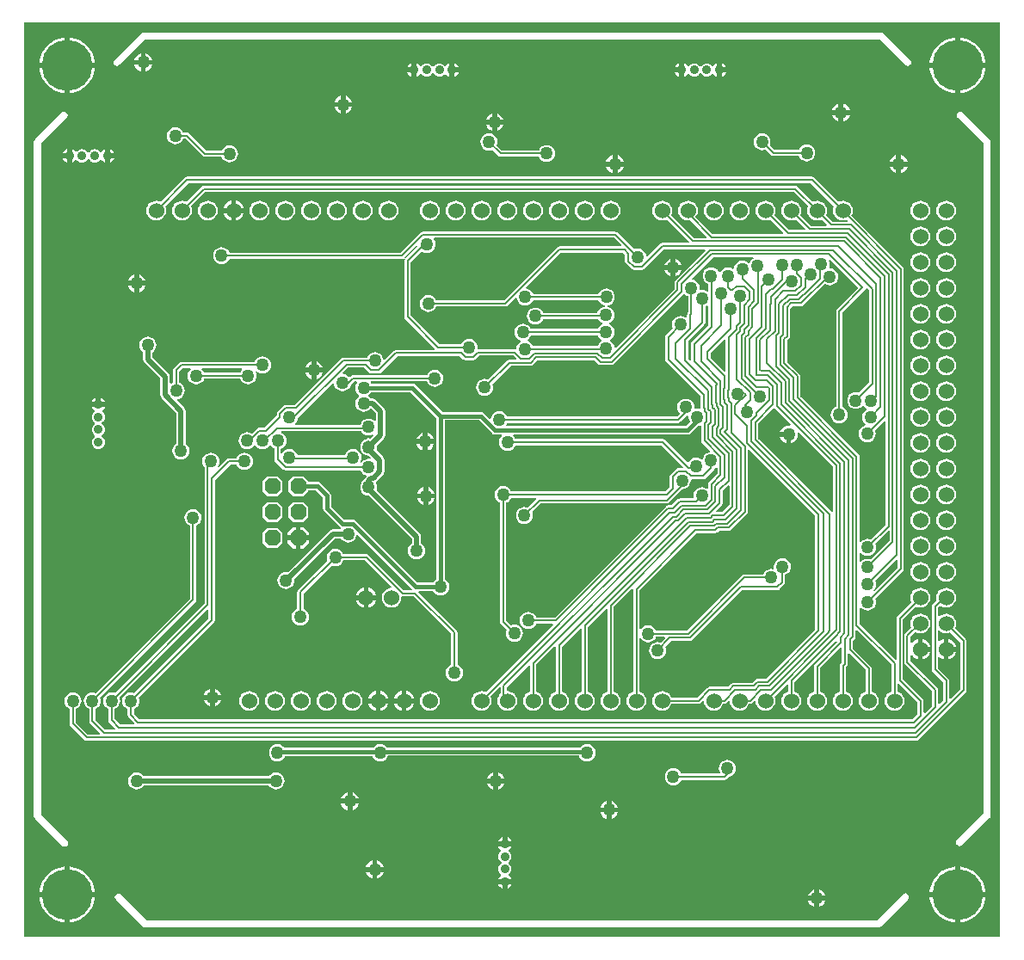
<source format=gbl>
%FSLAX25Y25*%
%MOIN*%
G70*
G01*
G75*
G04 Layer_Physical_Order=2*
G04 Layer_Color=11367680*
G04:AMPARAMS|DCode=10|XSize=23.62mil|YSize=35.43mil|CornerRadius=5.91mil|HoleSize=0mil|Usage=FLASHONLY|Rotation=0.000|XOffset=0mil|YOffset=0mil|HoleType=Round|Shape=RoundedRectangle|*
%AMROUNDEDRECTD10*
21,1,0.02362,0.02362,0,0,0.0*
21,1,0.01181,0.03543,0,0,0.0*
1,1,0.01181,0.00591,-0.01181*
1,1,0.01181,-0.00591,-0.01181*
1,1,0.01181,-0.00591,0.01181*
1,1,0.01181,0.00591,0.01181*
%
%ADD10ROUNDEDRECTD10*%
G04:AMPARAMS|DCode=11|XSize=23.62mil|YSize=35.43mil|CornerRadius=5.91mil|HoleSize=0mil|Usage=FLASHONLY|Rotation=270.000|XOffset=0mil|YOffset=0mil|HoleType=Round|Shape=RoundedRectangle|*
%AMROUNDEDRECTD11*
21,1,0.02362,0.02362,0,0,270.0*
21,1,0.01181,0.03543,0,0,270.0*
1,1,0.01181,-0.01181,-0.00591*
1,1,0.01181,-0.01181,0.00591*
1,1,0.01181,0.01181,0.00591*
1,1,0.01181,0.01181,-0.00591*
%
%ADD11ROUNDEDRECTD11*%
%ADD12R,0.01575X0.02165*%
%ADD13O,0.05512X0.01772*%
%ADD14O,0.08268X0.01772*%
%ADD15R,0.06102X0.05315*%
%ADD16R,0.06693X0.04331*%
%ADD17R,0.04331X0.06693*%
%ADD18R,0.02165X0.01575*%
%ADD19O,0.05709X0.02165*%
%ADD20O,0.05709X0.02165*%
%ADD21O,0.02165X0.05709*%
%ADD22O,0.02165X0.05709*%
%ADD23R,0.05906X0.12598*%
G04:AMPARAMS|DCode=24|XSize=86.61mil|YSize=248.03mil|CornerRadius=21.65mil|HoleSize=0mil|Usage=FLASHONLY|Rotation=270.000|XOffset=0mil|YOffset=0mil|HoleType=Round|Shape=RoundedRectangle|*
%AMROUNDEDRECTD24*
21,1,0.08661,0.20472,0,0,270.0*
21,1,0.04331,0.24803,0,0,270.0*
1,1,0.04331,-0.10236,-0.02165*
1,1,0.04331,-0.10236,0.02165*
1,1,0.04331,0.10236,0.02165*
1,1,0.04331,0.10236,-0.02165*
%
%ADD24ROUNDEDRECTD24*%
%ADD25R,0.08740X0.04449*%
%ADD26R,0.05512X0.03937*%
%ADD27R,0.02756X0.03543*%
%ADD28R,0.03543X0.02756*%
%ADD29R,0.03740X0.01772*%
%ADD30O,0.05709X0.01181*%
%ADD31O,0.01181X0.05709*%
%ADD32R,0.02559X0.06299*%
%ADD33O,0.03347X0.01575*%
%ADD34R,0.05906X0.03150*%
%ADD35R,0.07480X0.05512*%
%ADD36R,0.05512X0.05118*%
%ADD37O,0.01181X0.03937*%
%ADD38R,0.11201X0.06500*%
%ADD39R,0.05512X0.06299*%
%ADD40R,0.01772X0.03740*%
%ADD41O,0.05906X0.01181*%
%ADD42O,0.01181X0.05906*%
%ADD43R,0.05512X0.04331*%
%ADD44C,0.01969*%
%ADD45C,0.00787*%
%ADD46C,0.01575*%
%ADD47C,0.00984*%
%ADD48C,0.03543*%
G04:AMPARAMS|DCode=49|XSize=62.01mil|YSize=62.01mil|CornerRadius=0mil|HoleSize=0mil|Usage=FLASHONLY|Rotation=0.000|XOffset=0mil|YOffset=0mil|HoleType=Round|Shape=Octagon|*
%AMOCTAGOND49*
4,1,8,0.03100,-0.01550,0.03100,0.01550,0.01550,0.03100,-0.01550,0.03100,-0.03100,0.01550,-0.03100,-0.01550,-0.01550,-0.03100,0.01550,-0.03100,0.03100,-0.01550,0.0*
%
%ADD49OCTAGOND49*%

%ADD50C,0.19685*%
%ADD51C,0.06000*%
%ADD52C,0.05000*%
G36*
X377953Y0D02*
X0D01*
Y354331D01*
X377953D01*
Y0D01*
D02*
G37*
%LPC*%
G36*
X110163Y153720D02*
X107047D01*
Y150604D01*
X108113D01*
X110163Y152655D01*
Y153720D01*
D02*
G37*
G36*
X98007Y158592D02*
X94119D01*
X92175Y156649D01*
Y152761D01*
X94119Y150817D01*
X98007D01*
X99951Y152761D01*
Y156649D01*
X98007Y158592D01*
D02*
G37*
G36*
X105079Y158805D02*
X104013D01*
X101963Y156755D01*
Y155689D01*
X105079D01*
Y158805D01*
D02*
G37*
G36*
X347059Y155426D02*
X346070Y155296D01*
X345149Y154915D01*
X344358Y154307D01*
X343751Y153516D01*
X343369Y152595D01*
X343239Y151606D01*
X343369Y150618D01*
X343751Y149696D01*
X344358Y148905D01*
X345149Y148298D01*
X346070Y147916D01*
X347059Y147786D01*
X348048Y147916D01*
X348969Y148298D01*
X349760Y148905D01*
X350367Y149696D01*
X350749Y150618D01*
X350879Y151606D01*
X350749Y152595D01*
X350367Y153516D01*
X349760Y154307D01*
X348969Y154915D01*
X348048Y155296D01*
X347059Y155426D01*
D02*
G37*
G36*
X357059D02*
X356070Y155296D01*
X355149Y154915D01*
X354358Y154307D01*
X353751Y153516D01*
X353369Y152595D01*
X353239Y151606D01*
X353369Y150618D01*
X353751Y149696D01*
X354358Y148905D01*
X355149Y148298D01*
X356070Y147916D01*
X357059Y147786D01*
X358048Y147916D01*
X358969Y148298D01*
X359760Y148905D01*
X360367Y149696D01*
X360749Y150618D01*
X360879Y151606D01*
X360749Y152595D01*
X360367Y153516D01*
X359760Y154307D01*
X358969Y154915D01*
X358048Y155296D01*
X357059Y155426D01*
D02*
G37*
G36*
X105079Y153720D02*
X101963D01*
Y152655D01*
X104013Y150604D01*
X105079D01*
Y153720D01*
D02*
G37*
G36*
X98007Y168593D02*
X94119D01*
X92175Y166649D01*
Y162761D01*
X94119Y160817D01*
X98007D01*
X99951Y162761D01*
Y166649D01*
X98007Y168593D01*
D02*
G37*
G36*
X108007D02*
X104119D01*
X102175Y166649D01*
Y162761D01*
X104119Y160817D01*
X108007D01*
X109951Y162761D01*
Y166649D01*
X108007Y168593D01*
D02*
G37*
G36*
X154528Y169980D02*
X152131D01*
X152455Y169200D01*
X153016Y168468D01*
X153747Y167907D01*
X154528Y167584D01*
Y169980D01*
D02*
G37*
G36*
X108113Y158805D02*
X107047D01*
Y155689D01*
X110163D01*
Y156755D01*
X108113Y158805D01*
D02*
G37*
G36*
X347059Y165426D02*
X346070Y165296D01*
X345149Y164915D01*
X344358Y164307D01*
X343751Y163516D01*
X343369Y162595D01*
X343239Y161606D01*
X343369Y160618D01*
X343751Y159696D01*
X344358Y158905D01*
X345149Y158298D01*
X346070Y157916D01*
X347059Y157786D01*
X348048Y157916D01*
X348969Y158298D01*
X349760Y158905D01*
X350367Y159696D01*
X350749Y160618D01*
X350879Y161606D01*
X350749Y162595D01*
X350367Y163516D01*
X349760Y164307D01*
X348969Y164915D01*
X348048Y165296D01*
X347059Y165426D01*
D02*
G37*
G36*
X357059D02*
X356070Y165296D01*
X355149Y164915D01*
X354358Y164307D01*
X353751Y163516D01*
X353369Y162595D01*
X353239Y161606D01*
X353369Y160618D01*
X353751Y159696D01*
X354358Y158905D01*
X355149Y158298D01*
X356070Y157916D01*
X357059Y157786D01*
X358048Y157916D01*
X358969Y158298D01*
X359760Y158905D01*
X360367Y159696D01*
X360749Y160618D01*
X360879Y161606D01*
X360749Y162595D01*
X360367Y163516D01*
X359760Y164307D01*
X358969Y164915D01*
X358048Y165296D01*
X357059Y165426D01*
D02*
G37*
G36*
Y145426D02*
X356070Y145296D01*
X355149Y144915D01*
X354358Y144307D01*
X353751Y143516D01*
X353369Y142595D01*
X353239Y141606D01*
X353369Y140618D01*
X353751Y139696D01*
X354358Y138905D01*
X355149Y138298D01*
X356070Y137916D01*
X357059Y137786D01*
X358048Y137916D01*
X358969Y138298D01*
X359760Y138905D01*
X360367Y139696D01*
X360749Y140618D01*
X360879Y141606D01*
X360749Y142595D01*
X360367Y143516D01*
X359760Y144307D01*
X358969Y144915D01*
X358048Y145296D01*
X357059Y145426D01*
D02*
G37*
G36*
X71850Y96294D02*
X71070Y95971D01*
X70338Y95410D01*
X69777Y94678D01*
X69454Y93898D01*
X71850D01*
Y96294D01*
D02*
G37*
G36*
X73819D02*
Y93898D01*
X76215D01*
X75892Y94678D01*
X75331Y95410D01*
X74600Y95971D01*
X73819Y96294D01*
D02*
G37*
G36*
X350964Y110622D02*
X348043D01*
Y107701D01*
X348103Y107709D01*
X349076Y108112D01*
X349912Y108754D01*
X350553Y109589D01*
X350956Y110562D01*
X350964Y110622D01*
D02*
G37*
G36*
X138043Y95511D02*
Y92590D01*
X140964D01*
X140956Y92651D01*
X140553Y93624D01*
X139912Y94459D01*
X139076Y95100D01*
X138103Y95503D01*
X138043Y95511D01*
D02*
G37*
G36*
X146075D02*
X146015Y95503D01*
X145042Y95100D01*
X144206Y94459D01*
X143565Y93624D01*
X143162Y92651D01*
X143154Y92590D01*
X146075D01*
Y95511D01*
D02*
G37*
G36*
X148043D02*
Y92590D01*
X150964D01*
X150956Y92651D01*
X150553Y93624D01*
X149912Y94459D01*
X149076Y95100D01*
X148103Y95503D01*
X148043Y95511D01*
D02*
G37*
G36*
X131398Y135499D02*
X131338Y135492D01*
X130365Y135089D01*
X129529Y134447D01*
X128888Y133612D01*
X128485Y132639D01*
X128477Y132579D01*
X131398D01*
Y135499D01*
D02*
G37*
G36*
X133366D02*
Y132579D01*
X136287D01*
X136279Y132639D01*
X135876Y133612D01*
X135235Y134447D01*
X134399Y135089D01*
X133426Y135492D01*
X133366Y135499D01*
D02*
G37*
G36*
X347059Y145426D02*
X346070Y145296D01*
X345149Y144915D01*
X344358Y144307D01*
X343751Y143516D01*
X343369Y142595D01*
X343239Y141606D01*
X343369Y140618D01*
X343751Y139696D01*
X344358Y138905D01*
X345149Y138298D01*
X346070Y137916D01*
X347059Y137786D01*
X348048Y137916D01*
X348969Y138298D01*
X349760Y138905D01*
X350367Y139696D01*
X350749Y140618D01*
X350879Y141606D01*
X350749Y142595D01*
X350367Y143516D01*
X349760Y144307D01*
X348969Y144915D01*
X348048Y145296D01*
X347059Y145426D01*
D02*
G37*
G36*
X348043Y115511D02*
Y112591D01*
X350964D01*
X350956Y112651D01*
X350553Y113624D01*
X349912Y114459D01*
X349076Y115100D01*
X348103Y115503D01*
X348043Y115511D01*
D02*
G37*
G36*
X131398Y130610D02*
X128477D01*
X128485Y130550D01*
X128888Y129577D01*
X129529Y128742D01*
X130365Y128101D01*
X131338Y127697D01*
X131398Y127690D01*
Y130610D01*
D02*
G37*
G36*
X136287D02*
X133366D01*
Y127690D01*
X133426Y127697D01*
X134399Y128101D01*
X135235Y128742D01*
X135876Y129577D01*
X136279Y130550D01*
X136287Y130610D01*
D02*
G37*
G36*
X158893Y169980D02*
X156496D01*
Y167584D01*
X157277Y167907D01*
X158008Y168468D01*
X158569Y169200D01*
X158893Y169980D01*
D02*
G37*
G36*
X27657Y209088D02*
X27244Y208917D01*
X26665Y208473D01*
X26221Y207894D01*
X26049Y207480D01*
X27657D01*
Y209088D01*
D02*
G37*
G36*
X29626D02*
Y207480D01*
X31234D01*
X31063Y207894D01*
X30619Y208473D01*
X30040Y208917D01*
X29626Y209088D01*
D02*
G37*
G36*
X347059Y215426D02*
X346070Y215296D01*
X345149Y214915D01*
X344358Y214307D01*
X343751Y213516D01*
X343369Y212595D01*
X343239Y211606D01*
X343369Y210618D01*
X343751Y209696D01*
X344358Y208905D01*
X345149Y208298D01*
X346070Y207916D01*
X347059Y207786D01*
X348048Y207916D01*
X348969Y208298D01*
X349760Y208905D01*
X350367Y209696D01*
X350749Y210618D01*
X350879Y211606D01*
X350749Y212595D01*
X350367Y213516D01*
X349760Y214307D01*
X348969Y214915D01*
X348048Y215296D01*
X347059Y215426D01*
D02*
G37*
G36*
X156299Y195408D02*
Y193012D01*
X158696D01*
X158372Y193793D01*
X157811Y194524D01*
X157080Y195085D01*
X156299Y195408D01*
D02*
G37*
G36*
X347059Y205426D02*
X346070Y205296D01*
X345149Y204915D01*
X344358Y204308D01*
X343751Y203516D01*
X343369Y202595D01*
X343239Y201606D01*
X343369Y200618D01*
X343751Y199696D01*
X344358Y198905D01*
X345149Y198298D01*
X346070Y197916D01*
X347059Y197786D01*
X348048Y197916D01*
X348969Y198298D01*
X349760Y198905D01*
X350367Y199696D01*
X350749Y200618D01*
X350879Y201606D01*
X350749Y202595D01*
X350367Y203516D01*
X349760Y204308D01*
X348969Y204915D01*
X348048Y205296D01*
X347059Y205426D01*
D02*
G37*
G36*
X357059D02*
X356070Y205296D01*
X355149Y204915D01*
X354358Y204308D01*
X353751Y203516D01*
X353369Y202595D01*
X353239Y201606D01*
X353369Y200618D01*
X353751Y199696D01*
X354358Y198905D01*
X355149Y198298D01*
X356070Y197916D01*
X357059Y197786D01*
X358048Y197916D01*
X358969Y198298D01*
X359760Y198905D01*
X360367Y199696D01*
X360749Y200618D01*
X360879Y201606D01*
X360749Y202595D01*
X360367Y203516D01*
X359760Y204308D01*
X358969Y204915D01*
X358048Y205296D01*
X357059Y205426D01*
D02*
G37*
G36*
X347059Y225426D02*
X346070Y225296D01*
X345149Y224915D01*
X344358Y224307D01*
X343751Y223516D01*
X343369Y222595D01*
X343239Y221606D01*
X343369Y220618D01*
X343751Y219696D01*
X344358Y218905D01*
X345149Y218298D01*
X346070Y217916D01*
X347059Y217786D01*
X348048Y217916D01*
X348969Y218298D01*
X349760Y218905D01*
X350367Y219696D01*
X350749Y220618D01*
X350879Y221606D01*
X350749Y222595D01*
X350367Y223516D01*
X349760Y224307D01*
X348969Y224915D01*
X348048Y225296D01*
X347059Y225426D01*
D02*
G37*
G36*
X357059D02*
X356070Y225296D01*
X355149Y224915D01*
X354358Y224307D01*
X353751Y223516D01*
X353369Y222595D01*
X353239Y221606D01*
X353369Y220618D01*
X353751Y219696D01*
X354358Y218905D01*
X355149Y218298D01*
X356070Y217916D01*
X357059Y217786D01*
X358048Y217916D01*
X358969Y218298D01*
X359760Y218905D01*
X360367Y219696D01*
X360749Y220618D01*
X360879Y221606D01*
X360749Y222595D01*
X360367Y223516D01*
X359760Y224307D01*
X358969Y224915D01*
X358048Y225296D01*
X357059Y225426D01*
D02*
G37*
G36*
X47835Y232646D02*
X46977Y232534D01*
X46177Y232202D01*
X45490Y231675D01*
X44963Y230989D01*
X44632Y230189D01*
X44519Y229331D01*
X44632Y228472D01*
X44963Y227673D01*
X45490Y226986D01*
X46028Y226573D01*
Y223917D01*
X46166Y223226D01*
X46557Y222640D01*
X52682Y216516D01*
Y210042D01*
X52819Y209350D01*
X53211Y208764D01*
X58824Y203152D01*
Y191242D01*
X58285Y190829D01*
X57758Y190142D01*
X57427Y189342D01*
X57314Y188484D01*
X57427Y187626D01*
X57758Y186826D01*
X58285Y186140D01*
X58972Y185613D01*
X59772Y185282D01*
X60630Y185169D01*
X61488Y185282D01*
X62288Y185613D01*
X62975Y186140D01*
X63502Y186826D01*
X63833Y187626D01*
X63946Y188484D01*
X63833Y189342D01*
X63502Y190142D01*
X62975Y190829D01*
X62436Y191242D01*
Y203900D01*
X62299Y204591D01*
X61907Y205177D01*
X59055Y208030D01*
X59234Y208558D01*
X59618Y208608D01*
X60418Y208940D01*
X61104Y209466D01*
X61631Y210153D01*
X61963Y210953D01*
X62076Y211811D01*
X61963Y212669D01*
X61631Y213469D01*
X61104Y214156D01*
X60418Y214683D01*
X59964Y214871D01*
Y219285D01*
X61227Y220548D01*
X64260D01*
X64430Y220048D01*
X64191Y219864D01*
X63664Y219178D01*
X63333Y218378D01*
X63220Y217520D01*
X63333Y216662D01*
X63664Y215862D01*
X64191Y215175D01*
X64877Y214648D01*
X65677Y214317D01*
X66535Y214204D01*
X67394Y214317D01*
X68193Y214648D01*
X68880Y215175D01*
X69407Y215862D01*
X69595Y216316D01*
X83596D01*
X83743Y215960D01*
X84270Y215273D01*
X84956Y214747D01*
X85756Y214415D01*
X86614Y214302D01*
X87472Y214415D01*
X88272Y214747D01*
X88959Y215273D01*
X89486Y215960D01*
X89817Y216760D01*
X89930Y217618D01*
X89817Y218476D01*
X89605Y218988D01*
X90016Y219303D01*
X90566Y218880D01*
X91366Y218549D01*
X92224Y218436D01*
X93083Y218549D01*
X93882Y218880D01*
X94569Y219407D01*
X95096Y220094D01*
X95427Y220894D01*
X95540Y221752D01*
X95427Y222610D01*
X95096Y223410D01*
X94569Y224097D01*
X93882Y224623D01*
X93083Y224955D01*
X92224Y225068D01*
X91366Y224955D01*
X90566Y224623D01*
X89880Y224097D01*
X89353Y223410D01*
X89165Y222956D01*
X60728D01*
X60268Y222865D01*
X60111Y222760D01*
X59877Y222604D01*
X59877Y222604D01*
X57908Y220635D01*
X57647Y220244D01*
X57556Y219783D01*
X57556Y219783D01*
Y214871D01*
X57102Y214683D01*
X56795Y214447D01*
X56295Y214693D01*
Y217264D01*
X56157Y217955D01*
X55765Y218541D01*
X49641Y224666D01*
Y226573D01*
X50179Y226986D01*
X50706Y227673D01*
X51037Y228472D01*
X51150Y229331D01*
X51037Y230189D01*
X50706Y230989D01*
X50179Y231675D01*
X49492Y232202D01*
X48693Y232534D01*
X47835Y232646D01*
D02*
G37*
G36*
X357059Y215426D02*
X356070Y215296D01*
X355149Y214915D01*
X354358Y214307D01*
X353751Y213516D01*
X353369Y212595D01*
X353239Y211606D01*
X353369Y210618D01*
X353751Y209696D01*
X354358Y208905D01*
X355149Y208298D01*
X356070Y207916D01*
X357059Y207786D01*
X358048Y207916D01*
X358969Y208298D01*
X359760Y208905D01*
X360367Y209696D01*
X360749Y210618D01*
X360879Y211606D01*
X360749Y212595D01*
X360367Y213516D01*
X359760Y214307D01*
X358969Y214915D01*
X358048Y215296D01*
X357059Y215426D01*
D02*
G37*
G36*
X111221Y218701D02*
X108824D01*
X109148Y217920D01*
X109708Y217189D01*
X110440Y216628D01*
X111221Y216304D01*
Y218701D01*
D02*
G37*
G36*
X115585D02*
X113189D01*
Y216304D01*
X113970Y216628D01*
X114701Y217189D01*
X115262Y217920D01*
X115585Y218701D01*
D02*
G37*
G36*
X154331Y195408D02*
X153550Y195085D01*
X152819Y194524D01*
X152258Y193793D01*
X151934Y193012D01*
X154331D01*
Y195408D01*
D02*
G37*
G36*
X154528Y174345D02*
X153747Y174022D01*
X153016Y173461D01*
X152455Y172730D01*
X152131Y171949D01*
X154528D01*
Y174345D01*
D02*
G37*
G36*
X156496D02*
Y171949D01*
X158893D01*
X158569Y172730D01*
X158008Y173461D01*
X157277Y174022D01*
X156496Y174345D01*
D02*
G37*
G36*
X347059Y185426D02*
X346070Y185296D01*
X345149Y184915D01*
X344358Y184308D01*
X343751Y183516D01*
X343369Y182595D01*
X343239Y181606D01*
X343369Y180618D01*
X343751Y179696D01*
X344358Y178905D01*
X345149Y178298D01*
X346070Y177916D01*
X347059Y177786D01*
X348048Y177916D01*
X348969Y178298D01*
X349760Y178905D01*
X350367Y179696D01*
X350749Y180618D01*
X350879Y181606D01*
X350749Y182595D01*
X350367Y183516D01*
X349760Y184308D01*
X348969Y184915D01*
X348048Y185296D01*
X347059Y185426D01*
D02*
G37*
G36*
Y175426D02*
X346070Y175296D01*
X345149Y174915D01*
X344358Y174308D01*
X343751Y173516D01*
X343369Y172595D01*
X343239Y171606D01*
X343369Y170618D01*
X343751Y169696D01*
X344358Y168905D01*
X345149Y168298D01*
X346070Y167916D01*
X347059Y167786D01*
X348048Y167916D01*
X348969Y168298D01*
X349760Y168905D01*
X350367Y169696D01*
X350749Y170618D01*
X350879Y171606D01*
X350749Y172595D01*
X350367Y173516D01*
X349760Y174308D01*
X348969Y174915D01*
X348048Y175296D01*
X347059Y175426D01*
D02*
G37*
G36*
X357059D02*
X356070Y175296D01*
X355149Y174915D01*
X354358Y174308D01*
X353751Y173516D01*
X353369Y172595D01*
X353239Y171606D01*
X353369Y170618D01*
X353751Y169696D01*
X354358Y168905D01*
X355149Y168298D01*
X356070Y167916D01*
X357059Y167786D01*
X358048Y167916D01*
X358969Y168298D01*
X359760Y168905D01*
X360367Y169696D01*
X360749Y170618D01*
X360879Y171606D01*
X360749Y172595D01*
X360367Y173516D01*
X359760Y174308D01*
X358969Y174915D01*
X358048Y175296D01*
X357059Y175426D01*
D02*
G37*
G36*
X98007Y178593D02*
X94119D01*
X92175Y176649D01*
Y172761D01*
X94119Y170817D01*
X98007D01*
X99951Y172761D01*
Y176649D01*
X98007Y178593D01*
D02*
G37*
G36*
X154331Y191043D02*
X151934D01*
X152258Y190262D01*
X152819Y189531D01*
X153550Y188970D01*
X154331Y188647D01*
Y191043D01*
D02*
G37*
G36*
X158696D02*
X156299D01*
Y188647D01*
X157080Y188970D01*
X157811Y189531D01*
X158372Y190262D01*
X158696Y191043D01*
D02*
G37*
G36*
X31234Y205512D02*
X26049D01*
X26221Y205098D01*
X26665Y204519D01*
X27066Y204212D01*
X27112Y203694D01*
X27080Y203602D01*
X26817Y203400D01*
X26406Y202865D01*
X26149Y202243D01*
X26061Y201575D01*
X26149Y200907D01*
X26406Y200284D01*
X26817Y199750D01*
X27275Y199398D01*
X27317Y199114D01*
X27275Y198830D01*
X26817Y198479D01*
X26406Y197944D01*
X26149Y197322D01*
X26061Y196653D01*
X26149Y195985D01*
X26406Y195363D01*
X26817Y194828D01*
X27275Y194477D01*
X27317Y194193D01*
X27275Y193909D01*
X26817Y193557D01*
X26406Y193023D01*
X26149Y192400D01*
X26061Y191732D01*
X26149Y191064D01*
X26406Y190442D01*
X26817Y189907D01*
X27351Y189497D01*
X27974Y189239D01*
X28642Y189151D01*
X29310Y189239D01*
X29932Y189497D01*
X30467Y189907D01*
X30877Y190442D01*
X31135Y191064D01*
X31223Y191732D01*
X31135Y192400D01*
X30877Y193023D01*
X30467Y193557D01*
X30009Y193909D01*
X29966Y194193D01*
X30009Y194477D01*
X30467Y194828D01*
X30877Y195363D01*
X31135Y195985D01*
X31223Y196653D01*
X31135Y197322D01*
X30877Y197944D01*
X30467Y198479D01*
X30009Y198830D01*
X29966Y199114D01*
X30009Y199398D01*
X30467Y199750D01*
X30877Y200284D01*
X31135Y200907D01*
X31223Y201575D01*
X31135Y202243D01*
X30877Y202865D01*
X30467Y203400D01*
X30204Y203602D01*
X30172Y203694D01*
X30218Y204212D01*
X30619Y204519D01*
X31063Y205098D01*
X31234Y205512D01*
D02*
G37*
G36*
X357059Y185426D02*
X356070Y185296D01*
X355149Y184915D01*
X354358Y184308D01*
X353751Y183516D01*
X353369Y182595D01*
X353239Y181606D01*
X353369Y180618D01*
X353751Y179696D01*
X354358Y178905D01*
X355149Y178298D01*
X356070Y177916D01*
X357059Y177786D01*
X358048Y177916D01*
X358969Y178298D01*
X359760Y178905D01*
X360367Y179696D01*
X360749Y180618D01*
X360879Y181606D01*
X360749Y182595D01*
X360367Y183516D01*
X359760Y184308D01*
X358969Y184915D01*
X358048Y185296D01*
X357059Y185426D01*
D02*
G37*
G36*
X347059Y195426D02*
X346070Y195296D01*
X345149Y194915D01*
X344358Y194307D01*
X343751Y193516D01*
X343369Y192595D01*
X343239Y191606D01*
X343369Y190618D01*
X343751Y189696D01*
X344358Y188905D01*
X345149Y188298D01*
X346070Y187916D01*
X347059Y187786D01*
X348048Y187916D01*
X348969Y188298D01*
X349760Y188905D01*
X350367Y189696D01*
X350749Y190618D01*
X350879Y191606D01*
X350749Y192595D01*
X350367Y193516D01*
X349760Y194307D01*
X348969Y194915D01*
X348048Y195296D01*
X347059Y195426D01*
D02*
G37*
G36*
X357059D02*
X356070Y195296D01*
X355149Y194915D01*
X354358Y194307D01*
X353751Y193516D01*
X353369Y192595D01*
X353239Y191606D01*
X353369Y190618D01*
X353751Y189696D01*
X354358Y188905D01*
X355149Y188298D01*
X356070Y187916D01*
X357059Y187786D01*
X358048Y187916D01*
X358969Y188298D01*
X359760Y188905D01*
X360367Y189696D01*
X360749Y190618D01*
X360879Y191606D01*
X360749Y192595D01*
X360367Y193516D01*
X359760Y194307D01*
X358969Y194915D01*
X358048Y195296D01*
X357059Y195426D01*
D02*
G37*
G36*
X136075Y95511D02*
X136015Y95503D01*
X135042Y95100D01*
X134206Y94459D01*
X133565Y93624D01*
X133162Y92651D01*
X133154Y92590D01*
X136075D01*
Y95511D01*
D02*
G37*
G36*
X134744Y25295D02*
X132348D01*
X132671Y24514D01*
X133232Y23783D01*
X133963Y23222D01*
X134744Y22899D01*
Y25295D01*
D02*
G37*
G36*
X139109D02*
X136713D01*
Y22899D01*
X137494Y23222D01*
X138225Y23783D01*
X138786Y24514D01*
X139109Y25295D01*
D02*
G37*
G36*
X134744Y29660D02*
X133963Y29337D01*
X133232Y28776D01*
X132671Y28045D01*
X132348Y27264D01*
X134744D01*
Y29660D01*
D02*
G37*
G36*
X185138Y20472D02*
X183530D01*
X183701Y20059D01*
X184145Y19480D01*
X184724Y19036D01*
X185138Y18864D01*
Y20472D01*
D02*
G37*
G36*
X188714D02*
X187106D01*
Y18864D01*
X187520Y19036D01*
X188099Y19480D01*
X188543Y20059D01*
X188714Y20472D01*
D02*
G37*
G36*
Y35236D02*
X183530D01*
X183701Y34823D01*
X184145Y34244D01*
X184546Y33936D01*
X184592Y33418D01*
X184560Y33326D01*
X184297Y33124D01*
X183887Y32590D01*
X183629Y31967D01*
X183541Y31299D01*
X183629Y30631D01*
X183887Y30009D01*
X184297Y29474D01*
X184755Y29123D01*
X184798Y28839D01*
X184755Y28554D01*
X184297Y28203D01*
X183887Y27669D01*
X183629Y27046D01*
X183541Y26378D01*
X183629Y25710D01*
X183887Y25087D01*
X184297Y24553D01*
X184560Y24351D01*
X184592Y24259D01*
X184546Y23741D01*
X184145Y23434D01*
X183701Y22854D01*
X183530Y22441D01*
X188714D01*
X188543Y22854D01*
X188099Y23434D01*
X187698Y23741D01*
X187652Y24259D01*
X187684Y24351D01*
X187947Y24553D01*
X188357Y25087D01*
X188615Y25710D01*
X188703Y26378D01*
X188615Y27046D01*
X188357Y27669D01*
X187947Y28203D01*
X187489Y28554D01*
X187446Y28839D01*
X187489Y29123D01*
X187947Y29474D01*
X188357Y30009D01*
X188615Y30631D01*
X188703Y31299D01*
X188615Y31967D01*
X188357Y32590D01*
X187947Y33124D01*
X187684Y33326D01*
X187652Y33418D01*
X187698Y33936D01*
X188099Y34244D01*
X188543Y34823D01*
X188714Y35236D01*
D02*
G37*
G36*
X185138Y38813D02*
X184724Y38642D01*
X184145Y38197D01*
X183701Y37618D01*
X183530Y37205D01*
X185138D01*
Y38813D01*
D02*
G37*
G36*
X187106D02*
Y37205D01*
X188714D01*
X188543Y37618D01*
X188099Y38197D01*
X187520Y38642D01*
X187106Y38813D01*
D02*
G37*
G36*
X225492Y48327D02*
X223096D01*
X223419Y47546D01*
X223980Y46815D01*
X224711Y46254D01*
X225492Y45930D01*
Y48327D01*
D02*
G37*
G36*
X136713Y29660D02*
Y27264D01*
X139109D01*
X138786Y28045D01*
X138225Y28776D01*
X137494Y29337D01*
X136713Y29660D01*
D02*
G37*
G36*
X15354Y319909D02*
X14817Y319802D01*
X14361Y319497D01*
X4125Y309261D01*
X3820Y308805D01*
X3713Y308268D01*
Y46850D01*
X3820Y46313D01*
X4125Y45857D01*
X14558Y35424D01*
X15014Y35119D01*
X15551Y35012D01*
X16089Y35119D01*
X16545Y35424D01*
X16849Y35880D01*
X16956Y36417D01*
X16849Y36955D01*
X16545Y37411D01*
X6523Y47432D01*
Y307686D01*
X16348Y317511D01*
X16652Y317966D01*
X16759Y318504D01*
X16652Y319042D01*
X16348Y319497D01*
X15892Y319802D01*
X15354Y319909D01*
D02*
G37*
G36*
X362598Y319909D02*
X362061Y319802D01*
X361605Y319497D01*
X361300Y319042D01*
X361193Y318504D01*
X361300Y317966D01*
X361605Y317511D01*
X371430Y307686D01*
Y47746D01*
X361330Y37646D01*
X361025Y37190D01*
X360918Y36653D01*
X361025Y36115D01*
X361330Y35659D01*
X361786Y35355D01*
X362323Y35248D01*
X362861Y35355D01*
X363317Y35659D01*
X373828Y46171D01*
X374133Y46626D01*
X374240Y47164D01*
Y308268D01*
X374133Y308805D01*
X373828Y309261D01*
X363592Y319497D01*
X363136Y319802D01*
X362598Y319909D01*
D02*
G37*
G36*
X362402Y27334D02*
Y17520D01*
X372216D01*
X372160Y18237D01*
X371761Y19896D01*
X371108Y21473D01*
X370216Y22928D01*
X369108Y24226D01*
X367810Y25334D01*
X366355Y26226D01*
X364778Y26879D01*
X363119Y27278D01*
X362402Y27334D01*
D02*
G37*
G36*
X372216Y15551D02*
X362402D01*
Y5737D01*
X363119Y5793D01*
X364778Y6192D01*
X366355Y6845D01*
X367810Y7737D01*
X369108Y8845D01*
X370216Y10143D01*
X371108Y11598D01*
X371761Y13174D01*
X372160Y14834D01*
X372216Y15551D01*
D02*
G37*
G36*
X341300Y17035D02*
X340763Y16928D01*
X340307Y16623D01*
X330207Y6523D01*
X47432D01*
X37411Y16545D01*
X36955Y16849D01*
X36417Y16956D01*
X35880Y16849D01*
X35424Y16545D01*
X35119Y16089D01*
X35012Y15551D01*
X35119Y15014D01*
X35424Y14558D01*
X45857Y4125D01*
X46313Y3820D01*
X46850Y3713D01*
X330789D01*
X331326Y3820D01*
X331782Y4125D01*
X342294Y14636D01*
X342598Y15092D01*
X342705Y15630D01*
X342598Y16167D01*
X342294Y16623D01*
X341838Y16928D01*
X341300Y17035D01*
D02*
G37*
G36*
X305906Y14075D02*
X303509D01*
X303833Y13294D01*
X304394Y12563D01*
X305125Y12002D01*
X305906Y11678D01*
Y14075D01*
D02*
G37*
G36*
X15551Y15551D02*
X5737D01*
X5793Y14834D01*
X6192Y13174D01*
X6845Y11598D01*
X7737Y10143D01*
X8845Y8845D01*
X10143Y7737D01*
X11598Y6845D01*
X13174Y6192D01*
X14834Y5793D01*
X15551Y5737D01*
Y15551D01*
D02*
G37*
G36*
X27334D02*
X17520D01*
Y5737D01*
X18237Y5793D01*
X19896Y6192D01*
X21473Y6845D01*
X22928Y7737D01*
X24226Y8845D01*
X25334Y10143D01*
X26226Y11598D01*
X26879Y13174D01*
X27278Y14834D01*
X27334Y15551D01*
D02*
G37*
G36*
X360433D02*
X350619D01*
X350675Y14834D01*
X351074Y13174D01*
X351727Y11598D01*
X352618Y10143D01*
X353727Y8845D01*
X355025Y7737D01*
X356480Y6845D01*
X358056Y6192D01*
X359716Y5793D01*
X360433Y5737D01*
Y15551D01*
D02*
G37*
G36*
X15551Y27334D02*
X14834Y27278D01*
X13174Y26879D01*
X11598Y26226D01*
X10143Y25334D01*
X8845Y24226D01*
X7737Y22928D01*
X6845Y21473D01*
X6192Y19896D01*
X5793Y18237D01*
X5737Y17520D01*
X15551D01*
Y27334D01*
D02*
G37*
G36*
X17520D02*
Y17520D01*
X27334D01*
X27278Y18237D01*
X26879Y19896D01*
X26226Y21473D01*
X25334Y22928D01*
X24226Y24226D01*
X22928Y25334D01*
X21473Y26226D01*
X19896Y26879D01*
X18237Y27278D01*
X17520Y27334D01*
D02*
G37*
G36*
X360433D02*
X359716Y27278D01*
X358056Y26879D01*
X356480Y26226D01*
X355025Y25334D01*
X353727Y24226D01*
X352618Y22928D01*
X351727Y21473D01*
X351074Y19896D01*
X350675Y18237D01*
X350619Y17520D01*
X360433D01*
Y27334D01*
D02*
G37*
G36*
X310270Y14075D02*
X307874D01*
Y11678D01*
X308655Y12002D01*
X309386Y12563D01*
X309947Y13294D01*
X310270Y14075D01*
D02*
G37*
G36*
X305906Y18440D02*
X305125Y18116D01*
X304394Y17555D01*
X303833Y16824D01*
X303509Y16043D01*
X305906D01*
Y18440D01*
D02*
G37*
G36*
X307874D02*
Y16043D01*
X310270D01*
X309947Y16824D01*
X309386Y17555D01*
X308655Y18116D01*
X307874Y18440D01*
D02*
G37*
G36*
X229857Y48327D02*
X227461D01*
Y45930D01*
X228241Y46254D01*
X228973Y46815D01*
X229534Y47546D01*
X229857Y48327D01*
D02*
G37*
G36*
X150964Y90622D02*
X148043D01*
Y87701D01*
X148103Y87709D01*
X149076Y88112D01*
X149912Y88753D01*
X150553Y89589D01*
X150956Y90562D01*
X150964Y90622D01*
D02*
G37*
G36*
X87059Y95426D02*
X86070Y95296D01*
X85149Y94915D01*
X84358Y94308D01*
X83751Y93516D01*
X83369Y92595D01*
X83239Y91606D01*
X83369Y90618D01*
X83751Y89696D01*
X84358Y88905D01*
X85149Y88298D01*
X86070Y87916D01*
X87059Y87786D01*
X88048Y87916D01*
X88969Y88298D01*
X89760Y88905D01*
X90367Y89696D01*
X90749Y90618D01*
X90879Y91606D01*
X90749Y92595D01*
X90367Y93516D01*
X89760Y94308D01*
X88969Y94915D01*
X88048Y95296D01*
X87059Y95426D01*
D02*
G37*
G36*
X97059D02*
X96070Y95296D01*
X95149Y94915D01*
X94358Y94308D01*
X93751Y93516D01*
X93369Y92595D01*
X93239Y91606D01*
X93369Y90618D01*
X93751Y89696D01*
X94358Y88905D01*
X95149Y88298D01*
X96070Y87916D01*
X97059Y87786D01*
X98048Y87916D01*
X98969Y88298D01*
X99760Y88905D01*
X100367Y89696D01*
X100749Y90618D01*
X100879Y91606D01*
X100749Y92595D01*
X100367Y93516D01*
X99760Y94308D01*
X98969Y94915D01*
X98048Y95296D01*
X97059Y95426D01*
D02*
G37*
G36*
X136075Y90622D02*
X133154D01*
X133162Y90562D01*
X133565Y89589D01*
X134206Y88753D01*
X135042Y88112D01*
X136015Y87709D01*
X136075Y87701D01*
Y90622D01*
D02*
G37*
G36*
X140964D02*
X138043D01*
Y87701D01*
X138103Y87709D01*
X139076Y88112D01*
X139912Y88753D01*
X140553Y89589D01*
X140956Y90562D01*
X140964Y90622D01*
D02*
G37*
G36*
X146075D02*
X143154D01*
X143162Y90562D01*
X143565Y89589D01*
X144206Y88753D01*
X145042Y88112D01*
X146015Y87709D01*
X146075Y87701D01*
Y90622D01*
D02*
G37*
G36*
X157059Y95426D02*
X156070Y95296D01*
X155149Y94915D01*
X154358Y94308D01*
X153751Y93516D01*
X153369Y92595D01*
X153239Y91606D01*
X153369Y90618D01*
X153751Y89696D01*
X154358Y88905D01*
X155149Y88298D01*
X156070Y87916D01*
X157059Y87786D01*
X158048Y87916D01*
X158969Y88298D01*
X159760Y88905D01*
X160367Y89696D01*
X160749Y90618D01*
X160879Y91606D01*
X160749Y92595D01*
X160367Y93516D01*
X159760Y94308D01*
X158969Y94915D01*
X158048Y95296D01*
X157059Y95426D01*
D02*
G37*
G36*
X71850Y91929D02*
X69454D01*
X69777Y91148D01*
X70338Y90417D01*
X71070Y89856D01*
X71850Y89533D01*
Y91929D01*
D02*
G37*
G36*
X76215D02*
X73819D01*
Y89533D01*
X74600Y89856D01*
X75331Y90417D01*
X75892Y91148D01*
X76215Y91929D01*
D02*
G37*
G36*
X107059Y95426D02*
X106070Y95296D01*
X105149Y94915D01*
X104358Y94308D01*
X103751Y93516D01*
X103369Y92595D01*
X103239Y91606D01*
X103369Y90618D01*
X103751Y89696D01*
X104358Y88905D01*
X105149Y88298D01*
X106070Y87916D01*
X107059Y87786D01*
X108048Y87916D01*
X108969Y88298D01*
X109760Y88905D01*
X110367Y89696D01*
X110749Y90618D01*
X110879Y91606D01*
X110749Y92595D01*
X110367Y93516D01*
X109760Y94308D01*
X108969Y94915D01*
X108048Y95296D01*
X107059Y95426D01*
D02*
G37*
G36*
X117059D02*
X116070Y95296D01*
X115149Y94915D01*
X114358Y94308D01*
X113751Y93516D01*
X113369Y92595D01*
X113239Y91606D01*
X113369Y90618D01*
X113751Y89696D01*
X114358Y88905D01*
X115149Y88298D01*
X116070Y87916D01*
X117059Y87786D01*
X118048Y87916D01*
X118969Y88298D01*
X119760Y88905D01*
X120367Y89696D01*
X120749Y90618D01*
X120879Y91606D01*
X120749Y92595D01*
X120367Y93516D01*
X119760Y94308D01*
X118969Y94915D01*
X118048Y95296D01*
X117059Y95426D01*
D02*
G37*
G36*
X127059D02*
X126070Y95296D01*
X125149Y94915D01*
X124358Y94308D01*
X123751Y93516D01*
X123369Y92595D01*
X123239Y91606D01*
X123369Y90618D01*
X123751Y89696D01*
X124358Y88905D01*
X125149Y88298D01*
X126070Y87916D01*
X127059Y87786D01*
X128048Y87916D01*
X128969Y88298D01*
X129760Y88905D01*
X130367Y89696D01*
X130749Y90618D01*
X130879Y91606D01*
X130749Y92595D01*
X130367Y93516D01*
X129760Y94308D01*
X128969Y94915D01*
X128048Y95296D01*
X127059Y95426D01*
D02*
G37*
G36*
X217913Y74796D02*
X217055Y74683D01*
X216255Y74352D01*
X215569Y73825D01*
X215361Y73554D01*
X140347D01*
X140140Y73825D01*
X139453Y74352D01*
X138654Y74683D01*
X137795Y74796D01*
X136937Y74683D01*
X136137Y74352D01*
X135451Y73825D01*
X135092Y73358D01*
X100735D01*
X100376Y73825D01*
X99689Y74352D01*
X98890Y74683D01*
X98032Y74796D01*
X97173Y74683D01*
X96374Y74352D01*
X95687Y73825D01*
X95160Y73138D01*
X94829Y72338D01*
X94716Y71480D01*
X94829Y70622D01*
X95160Y69822D01*
X95687Y69136D01*
X96374Y68609D01*
X97173Y68278D01*
X98032Y68164D01*
X98890Y68278D01*
X99689Y68609D01*
X100376Y69136D01*
X100903Y69822D01*
X101037Y70146D01*
X134790D01*
X134924Y69822D01*
X135451Y69136D01*
X136137Y68609D01*
X136937Y68278D01*
X137795Y68164D01*
X138654Y68278D01*
X139453Y68609D01*
X140140Y69136D01*
X140667Y69822D01*
X140883Y70343D01*
X214826D01*
X215042Y69822D01*
X215569Y69136D01*
X216255Y68609D01*
X217055Y68278D01*
X217913Y68164D01*
X218772Y68278D01*
X219571Y68609D01*
X220258Y69136D01*
X220785Y69822D01*
X221116Y70622D01*
X221229Y71480D01*
X221116Y72338D01*
X220785Y73138D01*
X220258Y73825D01*
X219571Y74352D01*
X218772Y74683D01*
X217913Y74796D01*
D02*
G37*
G36*
X227461Y52692D02*
Y50295D01*
X229857D01*
X229534Y51076D01*
X228973Y51807D01*
X228241Y52368D01*
X227461Y52692D01*
D02*
G37*
G36*
X125098Y56038D02*
X124318Y55715D01*
X123586Y55154D01*
X123025Y54423D01*
X122702Y53642D01*
X125098D01*
Y56038D01*
D02*
G37*
G36*
X127067D02*
Y53642D01*
X129463D01*
X129140Y54423D01*
X128579Y55154D01*
X127848Y55715D01*
X127067Y56038D01*
D02*
G37*
G36*
X125098Y51673D02*
X122702D01*
X123025Y50892D01*
X123586Y50161D01*
X124318Y49600D01*
X125098Y49277D01*
Y51673D01*
D02*
G37*
G36*
X129463D02*
X127067D01*
Y49277D01*
X127848Y49600D01*
X128579Y50161D01*
X129140Y50892D01*
X129463Y51673D01*
D02*
G37*
G36*
X225492Y52692D02*
X224711Y52368D01*
X223980Y51807D01*
X223419Y51076D01*
X223096Y50295D01*
X225492D01*
Y52692D01*
D02*
G37*
G36*
X183563Y63912D02*
Y61516D01*
X185959D01*
X185636Y62297D01*
X185075Y63028D01*
X184344Y63589D01*
X183563Y63912D01*
D02*
G37*
G36*
X97441Y63847D02*
X96583Y63734D01*
X95783Y63403D01*
X95096Y62876D01*
X94683Y62338D01*
X46163D01*
X45750Y62876D01*
X45063Y63403D01*
X44264Y63734D01*
X43406Y63847D01*
X42547Y63734D01*
X41748Y63403D01*
X41061Y62876D01*
X40534Y62189D01*
X40203Y61390D01*
X40090Y60532D01*
X40203Y59673D01*
X40534Y58874D01*
X41061Y58187D01*
X41748Y57660D01*
X42547Y57329D01*
X43406Y57216D01*
X44264Y57329D01*
X45063Y57660D01*
X45750Y58187D01*
X46163Y58725D01*
X94683D01*
X95096Y58187D01*
X95783Y57660D01*
X96583Y57329D01*
X97441Y57216D01*
X98299Y57329D01*
X99099Y57660D01*
X99786Y58187D01*
X100312Y58874D01*
X100644Y59673D01*
X100757Y60532D01*
X100644Y61390D01*
X100312Y62189D01*
X99786Y62876D01*
X99099Y63403D01*
X98299Y63734D01*
X97441Y63847D01*
D02*
G37*
G36*
X272342Y68670D02*
X271484Y68557D01*
X270685Y68226D01*
X269998Y67699D01*
X269471Y67012D01*
X269140Y66212D01*
X269027Y65354D01*
X269140Y64496D01*
X269424Y63811D01*
X269204Y63310D01*
X254437D01*
X254250Y63764D01*
X253723Y64451D01*
X253036Y64978D01*
X252236Y65309D01*
X251378Y65422D01*
X250520Y65309D01*
X249720Y64978D01*
X249033Y64451D01*
X248506Y63764D01*
X248175Y62964D01*
X248062Y62106D01*
X248175Y61248D01*
X248506Y60448D01*
X249033Y59762D01*
X249720Y59235D01*
X250520Y58903D01*
X251378Y58790D01*
X252236Y58903D01*
X253036Y59235D01*
X253723Y59762D01*
X254250Y60448D01*
X254437Y60902D01*
X271161D01*
X271161Y60902D01*
X271622Y60994D01*
X272013Y61255D01*
X272866Y62107D01*
X273201Y62151D01*
X274000Y62483D01*
X274687Y63010D01*
X275214Y63696D01*
X275545Y64496D01*
X275658Y65354D01*
X275545Y66212D01*
X275214Y67012D01*
X274687Y67699D01*
X274000Y68226D01*
X273201Y68557D01*
X272342Y68670D01*
D02*
G37*
G36*
X181595Y59547D02*
X179198D01*
X179522Y58766D01*
X180082Y58035D01*
X180814Y57474D01*
X181595Y57151D01*
Y59547D01*
D02*
G37*
G36*
X185959D02*
X183563D01*
Y57151D01*
X184344Y57474D01*
X185075Y58035D01*
X185636Y58766D01*
X185959Y59547D01*
D02*
G37*
G36*
X181595Y63912D02*
X180814Y63589D01*
X180082Y63028D01*
X179522Y62297D01*
X179198Y61516D01*
X181595D01*
Y63912D01*
D02*
G37*
G36*
X267059Y285426D02*
X266070Y285296D01*
X265149Y284915D01*
X264358Y284308D01*
X263751Y283516D01*
X263369Y282595D01*
X263239Y281606D01*
X263369Y280618D01*
X263751Y279696D01*
X264358Y278905D01*
X265149Y278298D01*
X266070Y277916D01*
X267059Y277786D01*
X268048Y277916D01*
X268969Y278298D01*
X269760Y278905D01*
X270367Y279696D01*
X270749Y280618D01*
X270879Y281606D01*
X270749Y282595D01*
X270367Y283516D01*
X269760Y284308D01*
X268969Y284915D01*
X268048Y285296D01*
X267059Y285426D01*
D02*
G37*
G36*
X277059D02*
X276070Y285296D01*
X275149Y284915D01*
X274358Y284308D01*
X273751Y283516D01*
X273369Y282595D01*
X273239Y281606D01*
X273369Y280618D01*
X273751Y279696D01*
X274358Y278905D01*
X275149Y278298D01*
X276070Y277916D01*
X277059Y277786D01*
X278048Y277916D01*
X278969Y278298D01*
X279760Y278905D01*
X280367Y279696D01*
X280749Y280618D01*
X280879Y281606D01*
X280749Y282595D01*
X280367Y283516D01*
X279760Y284308D01*
X278969Y284915D01*
X278048Y285296D01*
X277059Y285426D01*
D02*
G37*
G36*
X227059D02*
X226070Y285296D01*
X225149Y284915D01*
X224358Y284308D01*
X223751Y283516D01*
X223369Y282595D01*
X223239Y281606D01*
X223369Y280618D01*
X223751Y279696D01*
X224358Y278905D01*
X225149Y278298D01*
X226070Y277916D01*
X227059Y277786D01*
X228048Y277916D01*
X228969Y278298D01*
X229760Y278905D01*
X230367Y279696D01*
X230749Y280618D01*
X230879Y281606D01*
X230749Y282595D01*
X230367Y283516D01*
X229760Y284308D01*
X228969Y284915D01*
X228048Y285296D01*
X227059Y285426D01*
D02*
G37*
G36*
X217059D02*
X216070Y285296D01*
X215149Y284915D01*
X214358Y284308D01*
X213751Y283516D01*
X213369Y282595D01*
X213239Y281606D01*
X213369Y280618D01*
X213751Y279696D01*
X214358Y278905D01*
X215149Y278298D01*
X216070Y277916D01*
X217059Y277786D01*
X218048Y277916D01*
X218969Y278298D01*
X219760Y278905D01*
X220367Y279696D01*
X220749Y280618D01*
X220879Y281606D01*
X220749Y282595D01*
X220367Y283516D01*
X219760Y284308D01*
X218969Y284915D01*
X218048Y285296D01*
X217059Y285426D01*
D02*
G37*
G36*
X317323Y322967D02*
Y320571D01*
X319719D01*
X319396Y321352D01*
X318835Y322083D01*
X318104Y322644D01*
X317323Y322967D01*
D02*
G37*
G36*
X347059Y285426D02*
X346070Y285296D01*
X345149Y284915D01*
X344358Y284308D01*
X343751Y283516D01*
X343369Y282595D01*
X343239Y281606D01*
X343369Y280618D01*
X343751Y279696D01*
X344358Y278905D01*
X345149Y278298D01*
X346070Y277916D01*
X347059Y277786D01*
X348048Y277916D01*
X348969Y278298D01*
X349760Y278905D01*
X350367Y279696D01*
X350749Y280618D01*
X350879Y281606D01*
X350749Y282595D01*
X350367Y283516D01*
X349760Y284308D01*
X348969Y284915D01*
X348048Y285296D01*
X347059Y285426D01*
D02*
G37*
G36*
X227756Y298622D02*
X225359D01*
X225683Y297841D01*
X226244Y297110D01*
X226975Y296549D01*
X227756Y296226D01*
Y298622D01*
D02*
G37*
G36*
X232121D02*
X229724D01*
Y296226D01*
X230505Y296549D01*
X231236Y297110D01*
X231797Y297841D01*
X232121Y298622D01*
D02*
G37*
G36*
X82043Y285511D02*
Y282591D01*
X84964D01*
X84956Y282650D01*
X84553Y283624D01*
X83912Y284459D01*
X83076Y285100D01*
X82103Y285503D01*
X82043Y285511D01*
D02*
G37*
G36*
X357059Y285426D02*
X356070Y285296D01*
X355149Y284915D01*
X354358Y284308D01*
X353751Y283516D01*
X353369Y282595D01*
X353239Y281606D01*
X353369Y280618D01*
X353751Y279696D01*
X354358Y278905D01*
X355149Y278298D01*
X356070Y277916D01*
X357059Y277786D01*
X358048Y277916D01*
X358969Y278298D01*
X359760Y278905D01*
X360367Y279696D01*
X360749Y280618D01*
X360879Y281606D01*
X360749Y282595D01*
X360367Y283516D01*
X359760Y284308D01*
X358969Y284915D01*
X358048Y285296D01*
X357059Y285426D01*
D02*
G37*
G36*
X80075Y285511D02*
X80015Y285503D01*
X79042Y285100D01*
X78206Y284459D01*
X77565Y283624D01*
X77162Y282650D01*
X77154Y282591D01*
X80075D01*
Y285511D01*
D02*
G37*
G36*
X167059Y285426D02*
X166070Y285296D01*
X165149Y284915D01*
X164358Y284308D01*
X163751Y283516D01*
X163369Y282595D01*
X163239Y281606D01*
X163369Y280618D01*
X163751Y279696D01*
X164358Y278905D01*
X165149Y278298D01*
X166070Y277916D01*
X167059Y277786D01*
X168048Y277916D01*
X168969Y278298D01*
X169760Y278905D01*
X170367Y279696D01*
X170749Y280618D01*
X170879Y281606D01*
X170749Y282595D01*
X170367Y283516D01*
X169760Y284308D01*
X168969Y284915D01*
X168048Y285296D01*
X167059Y285426D01*
D02*
G37*
G36*
X177059D02*
X176070Y285296D01*
X175149Y284915D01*
X174358Y284308D01*
X173751Y283516D01*
X173369Y282595D01*
X173239Y281606D01*
X173369Y280618D01*
X173751Y279696D01*
X174358Y278905D01*
X175149Y278298D01*
X176070Y277916D01*
X177059Y277786D01*
X178048Y277916D01*
X178969Y278298D01*
X179760Y278905D01*
X180367Y279696D01*
X180749Y280618D01*
X180879Y281606D01*
X180749Y282595D01*
X180367Y283516D01*
X179760Y284308D01*
X178969Y284915D01*
X178048Y285296D01*
X177059Y285426D01*
D02*
G37*
G36*
X27334Y336811D02*
X17520D01*
Y326997D01*
X18237Y327053D01*
X19896Y327451D01*
X21473Y328105D01*
X22928Y328996D01*
X24226Y330105D01*
X25334Y331402D01*
X26226Y332858D01*
X26879Y334434D01*
X27278Y336094D01*
X27334Y336811D01*
D02*
G37*
G36*
X141059Y285426D02*
X140070Y285296D01*
X139149Y284915D01*
X138358Y284308D01*
X137751Y283516D01*
X137369Y282595D01*
X137239Y281606D01*
X137369Y280618D01*
X137751Y279696D01*
X138358Y278905D01*
X139149Y278298D01*
X140070Y277916D01*
X141059Y277786D01*
X142048Y277916D01*
X142969Y278298D01*
X143760Y278905D01*
X144367Y279696D01*
X144749Y280618D01*
X144879Y281606D01*
X144749Y282595D01*
X144367Y283516D01*
X143760Y284308D01*
X142969Y284915D01*
X142048Y285296D01*
X141059Y285426D01*
D02*
G37*
G36*
X157059D02*
X156070Y285296D01*
X155149Y284915D01*
X154358Y284308D01*
X153751Y283516D01*
X153369Y282595D01*
X153239Y281606D01*
X153369Y280618D01*
X153751Y279696D01*
X154358Y278905D01*
X155149Y278298D01*
X156070Y277916D01*
X157059Y277786D01*
X158048Y277916D01*
X158969Y278298D01*
X159760Y278905D01*
X160367Y279696D01*
X160749Y280618D01*
X160879Y281606D01*
X160749Y282595D01*
X160367Y283516D01*
X159760Y284308D01*
X158969Y284915D01*
X158048Y285296D01*
X157059Y285426D01*
D02*
G37*
G36*
X187059D02*
X186070Y285296D01*
X185149Y284915D01*
X184358Y284308D01*
X183751Y283516D01*
X183369Y282595D01*
X183239Y281606D01*
X183369Y280618D01*
X183751Y279696D01*
X184358Y278905D01*
X185149Y278298D01*
X186070Y277916D01*
X187059Y277786D01*
X188048Y277916D01*
X188969Y278298D01*
X189760Y278905D01*
X190367Y279696D01*
X190749Y280618D01*
X190879Y281606D01*
X190749Y282595D01*
X190367Y283516D01*
X189760Y284308D01*
X188969Y284915D01*
X188048Y285296D01*
X187059Y285426D01*
D02*
G37*
G36*
X124508Y326019D02*
Y323622D01*
X126904D01*
X126581Y324403D01*
X126020Y325134D01*
X125289Y325695D01*
X124508Y326019D01*
D02*
G37*
G36*
X122539D02*
X121758Y325695D01*
X121027Y325134D01*
X120466Y324403D01*
X120143Y323622D01*
X122539D01*
Y326019D01*
D02*
G37*
G36*
X207059Y285426D02*
X206070Y285296D01*
X205149Y284915D01*
X204358Y284308D01*
X203751Y283516D01*
X203369Y282595D01*
X203239Y281606D01*
X203369Y280618D01*
X203751Y279696D01*
X204358Y278905D01*
X205149Y278298D01*
X206070Y277916D01*
X207059Y277786D01*
X208048Y277916D01*
X208969Y278298D01*
X209760Y278905D01*
X210367Y279696D01*
X210749Y280618D01*
X210879Y281606D01*
X210749Y282595D01*
X210367Y283516D01*
X209760Y284308D01*
X208969Y284915D01*
X208048Y285296D01*
X207059Y285426D01*
D02*
G37*
G36*
X197059D02*
X196070Y285296D01*
X195149Y284915D01*
X194358Y284308D01*
X193751Y283516D01*
X193369Y282595D01*
X193239Y281606D01*
X193369Y280618D01*
X193751Y279696D01*
X194358Y278905D01*
X195149Y278298D01*
X196070Y277916D01*
X197059Y277786D01*
X198048Y277916D01*
X198969Y278298D01*
X199760Y278905D01*
X200367Y279696D01*
X200749Y280618D01*
X200879Y281606D01*
X200749Y282595D01*
X200367Y283516D01*
X199760Y284308D01*
X198969Y284915D01*
X198048Y285296D01*
X197059Y285426D01*
D02*
G37*
G36*
X15551Y336811D02*
X5737D01*
X5793Y336094D01*
X6192Y334434D01*
X6845Y332858D01*
X7737Y331402D01*
X8845Y330105D01*
X10143Y328996D01*
X11598Y328105D01*
X13174Y327451D01*
X14834Y327053D01*
X15551Y326997D01*
Y336811D01*
D02*
G37*
G36*
X337697Y298622D02*
X335300D01*
X335624Y297841D01*
X336185Y297110D01*
X336916Y296549D01*
X337697Y296226D01*
Y298622D01*
D02*
G37*
G36*
X185566Y314764D02*
X183169D01*
Y312367D01*
X183950Y312691D01*
X184681Y313252D01*
X185242Y313983D01*
X185566Y314764D01*
D02*
G37*
G36*
X315354Y318602D02*
X312958D01*
X313281Y317822D01*
X313842Y317090D01*
X314574Y316529D01*
X315354Y316206D01*
Y318602D01*
D02*
G37*
G36*
X181201Y314764D02*
X178804D01*
X179128Y313983D01*
X179689Y313252D01*
X180420Y312691D01*
X181201Y312367D01*
Y314764D01*
D02*
G37*
G36*
X33169Y305348D02*
Y303740D01*
X34777D01*
X34606Y304154D01*
X34162Y304733D01*
X33583Y305177D01*
X33169Y305348D01*
D02*
G37*
G36*
X31201D02*
X30787Y305177D01*
X30208Y304733D01*
X29901Y304332D01*
X29383Y304286D01*
X29291Y304318D01*
X29089Y304581D01*
X28554Y304991D01*
X27932Y305249D01*
X27264Y305337D01*
X26596Y305249D01*
X25973Y304991D01*
X25439Y304581D01*
X25087Y304123D01*
X24803Y304080D01*
X24519Y304123D01*
X24168Y304581D01*
X23633Y304991D01*
X23011Y305249D01*
X22343Y305337D01*
X21675Y305249D01*
X21052Y304991D01*
X20517Y304581D01*
X20315Y304318D01*
X20223Y304286D01*
X19705Y304332D01*
X19398Y304733D01*
X18819Y305177D01*
X18406Y305348D01*
Y302756D01*
Y300164D01*
X18819Y300335D01*
X19398Y300779D01*
X19705Y301180D01*
X20223Y301226D01*
X20315Y301194D01*
X20517Y300931D01*
X21052Y300521D01*
X21675Y300263D01*
X22343Y300175D01*
X23011Y300263D01*
X23633Y300521D01*
X24168Y300931D01*
X24519Y301389D01*
X24803Y301431D01*
X25087Y301389D01*
X25439Y300931D01*
X25973Y300521D01*
X26596Y300263D01*
X27264Y300175D01*
X27932Y300263D01*
X28554Y300521D01*
X29089Y300931D01*
X29291Y301194D01*
X29383Y301226D01*
X29901Y301180D01*
X30208Y300779D01*
X30787Y300335D01*
X31201Y300164D01*
Y302756D01*
Y305348D01*
D02*
G37*
G36*
X319719Y318602D02*
X317323D01*
Y316206D01*
X318104Y316529D01*
X318835Y317090D01*
X319396Y317822D01*
X319719Y318602D01*
D02*
G37*
G36*
X126904Y321654D02*
X124508D01*
Y319257D01*
X125289Y319581D01*
X126020Y320142D01*
X126581Y320873D01*
X126904Y321654D01*
D02*
G37*
G36*
X315354Y322967D02*
X314574Y322644D01*
X313842Y322083D01*
X313281Y321352D01*
X312958Y320571D01*
X315354D01*
Y322967D01*
D02*
G37*
G36*
X122539Y321654D02*
X120143D01*
X120466Y320873D01*
X121027Y320142D01*
X121758Y319581D01*
X122539Y319257D01*
Y321654D01*
D02*
G37*
G36*
X181201Y319129D02*
X180420Y318805D01*
X179689Y318244D01*
X179128Y317513D01*
X178804Y316732D01*
X181201D01*
Y319129D01*
D02*
G37*
G36*
X183169D02*
Y316732D01*
X185566D01*
X185242Y317513D01*
X184681Y318244D01*
X183950Y318805D01*
X183169Y319129D01*
D02*
G37*
G36*
X58464Y313847D02*
X57606Y313734D01*
X56807Y313403D01*
X56120Y312876D01*
X55593Y312189D01*
X55262Y311390D01*
X55149Y310531D01*
X55262Y309673D01*
X55593Y308874D01*
X56120Y308187D01*
X56807Y307660D01*
X57606Y307329D01*
X58464Y307216D01*
X59323Y307329D01*
X60122Y307660D01*
X60809Y308187D01*
X61336Y308874D01*
X61524Y309327D01*
X62493D01*
X69129Y302692D01*
X69129Y302692D01*
X69520Y302431D01*
X69980Y302339D01*
X69981Y302339D01*
X76370D01*
X76557Y301885D01*
X77084Y301199D01*
X77771Y300672D01*
X78571Y300340D01*
X79429Y300227D01*
X80287Y300340D01*
X81087Y300672D01*
X81774Y301199D01*
X82301Y301885D01*
X82632Y302685D01*
X82745Y303543D01*
X82632Y304401D01*
X82301Y305201D01*
X81774Y305888D01*
X81087Y306415D01*
X80287Y306746D01*
X79429Y306859D01*
X78571Y306746D01*
X77771Y306415D01*
X77084Y305888D01*
X76557Y305201D01*
X76370Y304747D01*
X70479D01*
X63844Y311383D01*
X63453Y311644D01*
X62992Y311736D01*
X62992Y311736D01*
X61524D01*
X61336Y312189D01*
X60809Y312876D01*
X60122Y313403D01*
X59323Y313734D01*
X58464Y313847D01*
D02*
G37*
G36*
X179921Y311485D02*
X179063Y311372D01*
X178263Y311041D01*
X177577Y310514D01*
X177050Y309827D01*
X176718Y309028D01*
X176605Y308169D01*
X176718Y307311D01*
X177050Y306511D01*
X177577Y305825D01*
X178263Y305298D01*
X179063Y304966D01*
X179921Y304854D01*
X180779Y304966D01*
X181233Y305154D01*
X183597Y302790D01*
X183597Y302790D01*
X183988Y302529D01*
X184449Y302437D01*
X184449Y302437D01*
X199204D01*
X199392Y301984D01*
X199919Y301297D01*
X200606Y300770D01*
X201406Y300439D01*
X202264Y300326D01*
X203122Y300439D01*
X203922Y300770D01*
X204608Y301297D01*
X205135Y301984D01*
X205467Y302784D01*
X205579Y303642D01*
X205467Y304500D01*
X205135Y305300D01*
X204608Y305986D01*
X203922Y306513D01*
X203122Y306844D01*
X202264Y306958D01*
X201406Y306844D01*
X200606Y306513D01*
X199919Y305986D01*
X199392Y305300D01*
X199204Y304846D01*
X184948D01*
X182936Y306857D01*
X183124Y307311D01*
X183237Y308169D01*
X183124Y309028D01*
X182793Y309827D01*
X182266Y310514D01*
X181579Y311041D01*
X180779Y311372D01*
X179921Y311485D01*
D02*
G37*
G36*
X34777Y301772D02*
X33169D01*
Y300164D01*
X33583Y300335D01*
X34162Y300779D01*
X34606Y301358D01*
X34777Y301772D01*
D02*
G37*
G36*
X342062Y298622D02*
X339665D01*
Y296226D01*
X340446Y296549D01*
X341177Y297110D01*
X341738Y297841D01*
X342062Y298622D01*
D02*
G37*
G36*
X16437Y301772D02*
X14829D01*
X15000Y301358D01*
X15445Y300779D01*
X16024Y300335D01*
X16437Y300164D01*
Y301772D01*
D02*
G37*
G36*
X227756Y302987D02*
X226975Y302664D01*
X226244Y302103D01*
X225683Y301371D01*
X225359Y300591D01*
X227756D01*
Y302987D01*
D02*
G37*
G36*
X285728Y311583D02*
X284870Y311471D01*
X284070Y311139D01*
X283384Y310612D01*
X282857Y309926D01*
X282525Y309126D01*
X282413Y308268D01*
X282525Y307410D01*
X282857Y306610D01*
X283384Y305923D01*
X284070Y305396D01*
X284870Y305065D01*
X285728Y304952D01*
X286586Y305065D01*
X287040Y305253D01*
X289207Y303085D01*
X289208Y303085D01*
X289442Y302929D01*
X289598Y302824D01*
X290059Y302733D01*
X299992D01*
X300180Y302279D01*
X300707Y301592D01*
X301393Y301065D01*
X302193Y300734D01*
X303051Y300621D01*
X303909Y300734D01*
X304709Y301065D01*
X305396Y301592D01*
X305923Y302279D01*
X306254Y303079D01*
X306367Y303937D01*
X306254Y304795D01*
X305923Y305595D01*
X305396Y306282D01*
X304709Y306809D01*
X303909Y307140D01*
X303051Y307253D01*
X302193Y307140D01*
X301393Y306809D01*
X300707Y306282D01*
X300180Y305595D01*
X299992Y305141D01*
X290558D01*
X288743Y306956D01*
X288931Y307410D01*
X289044Y308268D01*
X288931Y309126D01*
X288600Y309926D01*
X288073Y310612D01*
X287386Y311139D01*
X286586Y311471D01*
X285728Y311583D01*
D02*
G37*
G36*
X16437Y305348D02*
X16024Y305177D01*
X15445Y304733D01*
X15000Y304154D01*
X14829Y303740D01*
X16437D01*
Y305348D01*
D02*
G37*
G36*
X339665Y302987D02*
Y300591D01*
X342062D01*
X341738Y301371D01*
X341177Y302103D01*
X340446Y302664D01*
X339665Y302987D01*
D02*
G37*
G36*
X229724D02*
Y300591D01*
X232121D01*
X231797Y301371D01*
X231236Y302103D01*
X230505Y302664D01*
X229724Y302987D01*
D02*
G37*
G36*
X337697D02*
X336916Y302664D01*
X336185Y302103D01*
X335624Y301371D01*
X335300Y300591D01*
X337697D01*
Y302987D01*
D02*
G37*
G36*
X360433Y336811D02*
X350619D01*
X350675Y336094D01*
X351074Y334434D01*
X351727Y332858D01*
X352618Y331402D01*
X353727Y330105D01*
X355025Y328996D01*
X356480Y328105D01*
X358056Y327451D01*
X359716Y327053D01*
X360433Y326997D01*
Y336811D01*
D02*
G37*
G36*
X164665Y338616D02*
X164252Y338445D01*
X163673Y338000D01*
X163365Y337600D01*
X162847Y337554D01*
X162755Y337586D01*
X162553Y337849D01*
X162019Y338259D01*
X161396Y338517D01*
X160728Y338605D01*
X160060Y338517D01*
X159438Y338259D01*
X158903Y337849D01*
X158552Y337391D01*
X158268Y337348D01*
X157983Y337391D01*
X157632Y337849D01*
X157098Y338259D01*
X156475Y338517D01*
X155807Y338605D01*
X155139Y338517D01*
X154516Y338259D01*
X153982Y337849D01*
X153780Y337586D01*
X153688Y337554D01*
X153170Y337600D01*
X152863Y338000D01*
X152284Y338445D01*
X151870Y338616D01*
Y336024D01*
Y333431D01*
X152284Y333603D01*
X152863Y334047D01*
X153170Y334448D01*
X153688Y334494D01*
X153780Y334462D01*
X153982Y334198D01*
X154516Y333788D01*
X155139Y333530D01*
X155807Y333442D01*
X156475Y333530D01*
X157098Y333788D01*
X157632Y334198D01*
X157983Y334656D01*
X158268Y334699D01*
X158552Y334656D01*
X158903Y334198D01*
X159438Y333788D01*
X160060Y333530D01*
X160728Y333442D01*
X161396Y333530D01*
X162019Y333788D01*
X162553Y334198D01*
X162755Y334462D01*
X162847Y334494D01*
X163365Y334448D01*
X163673Y334047D01*
X164252Y333603D01*
X164665Y333431D01*
Y336024D01*
Y338616D01*
D02*
G37*
G36*
X270255D02*
Y337008D01*
X271863D01*
X271691Y337421D01*
X271247Y338000D01*
X270668Y338445D01*
X270255Y338616D01*
D02*
G37*
G36*
X268286D02*
X267873Y338445D01*
X267294Y338000D01*
X266986Y337600D01*
X266468Y337554D01*
X266376Y337586D01*
X266174Y337849D01*
X265640Y338259D01*
X265017Y338517D01*
X264349Y338605D01*
X263681Y338517D01*
X263058Y338259D01*
X262524Y337849D01*
X262173Y337391D01*
X261889Y337348D01*
X261604Y337391D01*
X261253Y337849D01*
X260718Y338259D01*
X260096Y338517D01*
X259428Y338605D01*
X258760Y338517D01*
X258137Y338259D01*
X257603Y337849D01*
X257401Y337586D01*
X257309Y337554D01*
X256791Y337600D01*
X256483Y338000D01*
X255905Y338445D01*
X255491Y338616D01*
Y336024D01*
Y333431D01*
X255905Y333603D01*
X256483Y334047D01*
X256791Y334448D01*
X257309Y334494D01*
X257401Y334462D01*
X257603Y334198D01*
X258137Y333788D01*
X258760Y333530D01*
X259428Y333442D01*
X260096Y333530D01*
X260718Y333788D01*
X261253Y334198D01*
X261604Y334656D01*
X261889Y334699D01*
X262173Y334656D01*
X262524Y334198D01*
X263058Y333788D01*
X263681Y333530D01*
X264349Y333442D01*
X265017Y333530D01*
X265640Y333788D01*
X266174Y334198D01*
X266376Y334462D01*
X266468Y334494D01*
X266986Y334448D01*
X267294Y334047D01*
X267873Y333603D01*
X268286Y333431D01*
Y336024D01*
Y338616D01*
D02*
G37*
G36*
X331890Y350618D02*
X46063D01*
X45525Y350511D01*
X45070Y350206D01*
X34833Y339970D01*
X34529Y339514D01*
X34422Y338976D01*
X34529Y338439D01*
X34833Y337983D01*
X35289Y337678D01*
X35827Y337572D01*
X36364Y337678D01*
X36820Y337983D01*
X46645Y347808D01*
X331308D01*
X341132Y337983D01*
X341588Y337678D01*
X342126Y337571D01*
X342664Y337678D01*
X343119Y337983D01*
X343424Y338439D01*
X343531Y338976D01*
X343424Y339514D01*
X343119Y339970D01*
X332883Y350206D01*
X332427Y350511D01*
X331890Y350618D01*
D02*
G37*
G36*
X357059Y245426D02*
X356070Y245296D01*
X355149Y244915D01*
X354358Y244307D01*
X353751Y243516D01*
X353369Y242595D01*
X353239Y241606D01*
X353369Y240618D01*
X353751Y239696D01*
X354358Y238905D01*
X355149Y238298D01*
X356070Y237916D01*
X357059Y237786D01*
X358048Y237916D01*
X358969Y238298D01*
X359760Y238905D01*
X360367Y239696D01*
X360749Y240618D01*
X360879Y241606D01*
X360749Y242595D01*
X360367Y243516D01*
X359760Y244307D01*
X358969Y244915D01*
X358048Y245296D01*
X357059Y245426D01*
D02*
G37*
G36*
X347059Y255426D02*
X346070Y255296D01*
X345149Y254915D01*
X344358Y254308D01*
X343751Y253516D01*
X343369Y252595D01*
X343239Y251606D01*
X343369Y250618D01*
X343751Y249696D01*
X344358Y248905D01*
X345149Y248298D01*
X346070Y247916D01*
X347059Y247786D01*
X348048Y247916D01*
X348969Y248298D01*
X349760Y248905D01*
X350367Y249696D01*
X350749Y250618D01*
X350879Y251606D01*
X350749Y252595D01*
X350367Y253516D01*
X349760Y254308D01*
X348969Y254915D01*
X348048Y255296D01*
X347059Y255426D01*
D02*
G37*
G36*
X46885Y252362D02*
X44488D01*
Y249966D01*
X45269Y250289D01*
X46000Y250850D01*
X46561Y251581D01*
X46885Y252362D01*
D02*
G37*
G36*
X166634Y338616D02*
Y337008D01*
X168242D01*
X168071Y337421D01*
X167626Y338000D01*
X167047Y338445D01*
X166634Y338616D01*
D02*
G37*
G36*
X42520Y252362D02*
X40123D01*
X40447Y251581D01*
X41008Y250850D01*
X41739Y250289D01*
X42520Y249966D01*
Y252362D01*
D02*
G37*
G36*
X357059Y255426D02*
X356070Y255296D01*
X355149Y254915D01*
X354358Y254308D01*
X353751Y253516D01*
X353369Y252595D01*
X353239Y251606D01*
X353369Y250618D01*
X353751Y249696D01*
X354358Y248905D01*
X355149Y248298D01*
X356070Y247916D01*
X357059Y247786D01*
X358048Y247916D01*
X358969Y248298D01*
X359760Y248905D01*
X360367Y249696D01*
X360749Y250618D01*
X360879Y251606D01*
X360749Y252595D01*
X360367Y253516D01*
X359760Y254308D01*
X358969Y254915D01*
X358048Y255296D01*
X357059Y255426D01*
D02*
G37*
G36*
X253522Y338616D02*
X253109Y338445D01*
X252530Y338000D01*
X252086Y337421D01*
X251914Y337008D01*
X253522D01*
Y338616D01*
D02*
G37*
G36*
X113189Y223066D02*
Y220669D01*
X115585D01*
X115262Y221450D01*
X114701Y222181D01*
X113970Y222742D01*
X113189Y223066D01*
D02*
G37*
G36*
X362402Y348594D02*
Y338779D01*
X372216D01*
X372160Y339497D01*
X371761Y341156D01*
X371108Y342733D01*
X370216Y344188D01*
X369108Y345486D01*
X367810Y346594D01*
X366355Y347486D01*
X364778Y348139D01*
X363119Y348537D01*
X362402Y348594D01*
D02*
G37*
G36*
X111221Y223066D02*
X110440Y222742D01*
X109708Y222181D01*
X109148Y221450D01*
X108824Y220669D01*
X111221D01*
Y223066D01*
D02*
G37*
G36*
X47047Y342357D02*
Y339961D01*
X49444D01*
X49120Y340741D01*
X48559Y341473D01*
X47828Y342034D01*
X47047Y342357D01*
D02*
G37*
G36*
X45079D02*
X44298Y342034D01*
X43567Y341473D01*
X43006Y340741D01*
X42682Y339961D01*
X45079D01*
Y342357D01*
D02*
G37*
G36*
X360433Y348594D02*
X359716Y348537D01*
X358056Y348139D01*
X356480Y347486D01*
X355025Y346594D01*
X353727Y345486D01*
X352618Y344188D01*
X351727Y342733D01*
X351074Y341156D01*
X350675Y339497D01*
X350619Y338779D01*
X360433D01*
Y348594D01*
D02*
G37*
G36*
X347059Y245426D02*
X346070Y245296D01*
X345149Y244915D01*
X344358Y244307D01*
X343751Y243516D01*
X343369Y242595D01*
X343239Y241606D01*
X343369Y240618D01*
X343751Y239696D01*
X344358Y238905D01*
X345149Y238298D01*
X346070Y237916D01*
X347059Y237786D01*
X348048Y237916D01*
X348969Y238298D01*
X349760Y238905D01*
X350367Y239696D01*
X350749Y240618D01*
X350879Y241606D01*
X350749Y242595D01*
X350367Y243516D01*
X349760Y244307D01*
X348969Y244915D01*
X348048Y245296D01*
X347059Y245426D01*
D02*
G37*
G36*
X15551Y348594D02*
X14834Y348537D01*
X13174Y348139D01*
X11598Y347486D01*
X10143Y346594D01*
X8845Y345486D01*
X7737Y344188D01*
X6845Y342733D01*
X6192Y341156D01*
X5793Y339497D01*
X5737Y338779D01*
X15551D01*
Y348594D01*
D02*
G37*
G36*
X17520D02*
Y338779D01*
X27334D01*
X27278Y339497D01*
X26879Y341156D01*
X26226Y342733D01*
X25334Y344188D01*
X24226Y345486D01*
X22928Y346594D01*
X21473Y347486D01*
X19896Y348139D01*
X18237Y348537D01*
X17520Y348594D01*
D02*
G37*
G36*
X347059Y235426D02*
X346070Y235296D01*
X345149Y234915D01*
X344358Y234308D01*
X343751Y233516D01*
X343369Y232595D01*
X343239Y231606D01*
X343369Y230618D01*
X343751Y229696D01*
X344358Y228905D01*
X345149Y228298D01*
X346070Y227916D01*
X347059Y227786D01*
X348048Y227916D01*
X348969Y228298D01*
X349760Y228905D01*
X350367Y229696D01*
X350749Y230618D01*
X350879Y231606D01*
X350749Y232595D01*
X350367Y233516D01*
X349760Y234308D01*
X348969Y234915D01*
X348048Y235296D01*
X347059Y235426D01*
D02*
G37*
G36*
X357059D02*
X356070Y235296D01*
X355149Y234915D01*
X354358Y234308D01*
X353751Y233516D01*
X353369Y232595D01*
X353239Y231606D01*
X353369Y230618D01*
X353751Y229696D01*
X354358Y228905D01*
X355149Y228298D01*
X356070Y227916D01*
X357059Y227786D01*
X358048Y227916D01*
X358969Y228298D01*
X359760Y228905D01*
X360367Y229696D01*
X360749Y230618D01*
X360879Y231606D01*
X360749Y232595D01*
X360367Y233516D01*
X359760Y234308D01*
X358969Y234915D01*
X358048Y235296D01*
X357059Y235426D01*
D02*
G37*
G36*
X42520Y256727D02*
X41739Y256404D01*
X41008Y255843D01*
X40447Y255112D01*
X40123Y254331D01*
X42520D01*
Y256727D01*
D02*
G37*
G36*
X80075Y280622D02*
X77154D01*
X77162Y280562D01*
X77565Y279589D01*
X78206Y278753D01*
X79042Y278112D01*
X80015Y277709D01*
X80075Y277701D01*
Y280622D01*
D02*
G37*
G36*
X84964D02*
X82043D01*
Y277701D01*
X82103Y277709D01*
X83076Y278112D01*
X83912Y278753D01*
X84553Y279589D01*
X84956Y280562D01*
X84964Y280622D01*
D02*
G37*
G36*
X305161Y294708D02*
X305161Y294708D01*
X62957D01*
X62496Y294617D01*
X62339Y294512D01*
X62105Y294356D01*
X62105Y294355D01*
X52754Y285004D01*
X52048Y285296D01*
X51059Y285426D01*
X50070Y285296D01*
X49149Y284915D01*
X48358Y284308D01*
X47751Y283516D01*
X47369Y282595D01*
X47239Y281606D01*
X47369Y280618D01*
X47751Y279696D01*
X48358Y278905D01*
X49149Y278298D01*
X50070Y277916D01*
X51059Y277786D01*
X52048Y277916D01*
X52969Y278298D01*
X53760Y278905D01*
X54367Y279696D01*
X54749Y280618D01*
X54879Y281606D01*
X54749Y282595D01*
X54457Y283301D01*
X63455Y292300D01*
X304663D01*
X313662Y283301D01*
X313369Y282595D01*
X313239Y281606D01*
X313369Y280618D01*
X313751Y279696D01*
X314358Y278905D01*
X315149Y278298D01*
X316070Y277916D01*
X317059Y277786D01*
X318048Y277916D01*
X318550Y278124D01*
X319023Y277650D01*
X318832Y277188D01*
X313180D01*
X310457Y279912D01*
X310749Y280618D01*
X310879Y281606D01*
X310749Y282595D01*
X310367Y283516D01*
X309760Y284308D01*
X308969Y284915D01*
X308048Y285296D01*
X307059Y285426D01*
X306070Y285296D01*
X305365Y285004D01*
X299556Y290812D01*
X299166Y291073D01*
X298705Y291165D01*
X298705Y291165D01*
X69413D01*
X69413Y291165D01*
X68953Y291073D01*
X68562Y290812D01*
X68562Y290812D01*
X62754Y285004D01*
X62048Y285296D01*
X61059Y285426D01*
X60070Y285296D01*
X59149Y284915D01*
X58358Y284308D01*
X57751Y283516D01*
X57369Y282595D01*
X57239Y281606D01*
X57369Y280618D01*
X57751Y279696D01*
X58358Y278905D01*
X59149Y278298D01*
X60070Y277916D01*
X61059Y277786D01*
X62048Y277916D01*
X62969Y278298D01*
X63760Y278905D01*
X64367Y279696D01*
X64749Y280618D01*
X64879Y281606D01*
X64749Y282595D01*
X64457Y283301D01*
X69912Y288756D01*
X298206D01*
X303661Y283301D01*
X303369Y282595D01*
X303239Y281606D01*
X303369Y280618D01*
X303751Y279696D01*
X304358Y278905D01*
X305149Y278298D01*
X306070Y277916D01*
X307059Y277786D01*
X308048Y277916D01*
X308754Y278209D01*
X310887Y276076D01*
X310695Y275614D01*
X304755D01*
X300457Y279912D01*
X300749Y280618D01*
X300879Y281606D01*
X300749Y282595D01*
X300367Y283516D01*
X299760Y284308D01*
X298969Y284915D01*
X298048Y285296D01*
X297059Y285426D01*
X296070Y285296D01*
X295149Y284915D01*
X294358Y284308D01*
X293751Y283516D01*
X293369Y282595D01*
X293239Y281606D01*
X293369Y280618D01*
X293751Y279696D01*
X294358Y278905D01*
X295149Y278298D01*
X296070Y277916D01*
X297059Y277786D01*
X298048Y277916D01*
X298754Y278209D01*
X302462Y274501D01*
X302270Y274039D01*
X296329D01*
X290457Y279912D01*
X290749Y280618D01*
X290879Y281606D01*
X290749Y282595D01*
X290367Y283516D01*
X289760Y284308D01*
X288969Y284915D01*
X288048Y285296D01*
X287059Y285426D01*
X286070Y285296D01*
X285149Y284915D01*
X284358Y284308D01*
X283751Y283516D01*
X283369Y282595D01*
X283239Y281606D01*
X283369Y280618D01*
X283751Y279696D01*
X284358Y278905D01*
X285149Y278298D01*
X286070Y277916D01*
X287059Y277786D01*
X288048Y277916D01*
X288754Y278209D01*
X294036Y272926D01*
X293845Y272464D01*
X266641D01*
X259951Y279154D01*
X260367Y279696D01*
X260749Y280618D01*
X260879Y281606D01*
X260749Y282595D01*
X260367Y283516D01*
X259760Y284308D01*
X258969Y284915D01*
X258048Y285296D01*
X257059Y285426D01*
X256070Y285296D01*
X255149Y284915D01*
X254358Y284308D01*
X253751Y283516D01*
X253369Y282595D01*
X253239Y281606D01*
X253369Y280618D01*
X253751Y279696D01*
X254358Y278905D01*
X255149Y278298D01*
X256070Y277916D01*
X257059Y277786D01*
X257813Y277886D01*
X264347Y271351D01*
X264156Y270889D01*
X259479D01*
X250457Y279912D01*
X250749Y280618D01*
X250879Y281606D01*
X250749Y282595D01*
X250367Y283516D01*
X249760Y284308D01*
X248969Y284915D01*
X248048Y285296D01*
X247059Y285426D01*
X246070Y285296D01*
X245149Y284915D01*
X244358Y284308D01*
X243751Y283516D01*
X243369Y282595D01*
X243239Y281606D01*
X243369Y280618D01*
X243751Y279696D01*
X244358Y278905D01*
X245149Y278298D01*
X246070Y277916D01*
X247059Y277786D01*
X248048Y277916D01*
X248754Y278209D01*
X257481Y269481D01*
X257290Y269019D01*
X247135D01*
X247135Y269019D01*
X246674Y268928D01*
X246284Y268667D01*
X241382Y263765D01*
X240854Y263944D01*
X240801Y264342D01*
X240470Y265142D01*
X239943Y265829D01*
X239256Y266356D01*
X238457Y266687D01*
X237598Y266800D01*
X236740Y266687D01*
X236287Y266499D01*
X229749Y273037D01*
X229359Y273298D01*
X228898Y273389D01*
X228898Y273389D01*
X154381D01*
X153920Y273298D01*
X153529Y273037D01*
X145772Y265279D01*
X79437D01*
X79250Y265733D01*
X78723Y266419D01*
X78036Y266946D01*
X77236Y267278D01*
X76378Y267391D01*
X75520Y267278D01*
X74720Y266946D01*
X74033Y266419D01*
X73506Y265733D01*
X73175Y264933D01*
X73062Y264075D01*
X73175Y263217D01*
X73506Y262417D01*
X74033Y261730D01*
X74720Y261203D01*
X75520Y260872D01*
X76378Y260759D01*
X77236Y260872D01*
X78036Y261203D01*
X78723Y261730D01*
X79250Y262417D01*
X79437Y262871D01*
X146271D01*
X146271Y262871D01*
X146731Y262962D01*
X147122Y263223D01*
X151711Y267813D01*
X152262Y267656D01*
X152263Y267648D01*
X147574Y262958D01*
X147313Y262567D01*
X147221Y262106D01*
X147221Y262106D01*
Y240354D01*
X147221Y240354D01*
X147313Y239894D01*
X147574Y239503D01*
X158994Y228082D01*
X158787Y227582D01*
X143985D01*
X143525Y227490D01*
X143134Y227229D01*
X139610Y223706D01*
X139082Y223885D01*
X139030Y224283D01*
X138698Y225083D01*
X138171Y225770D01*
X137485Y226297D01*
X136685Y226628D01*
X135827Y226741D01*
X134969Y226628D01*
X134169Y226297D01*
X133482Y225770D01*
X132955Y225083D01*
X132767Y224629D01*
X123524D01*
X123524Y224629D01*
X123063Y224538D01*
X122672Y224277D01*
X104659Y206263D01*
X101133D01*
X101133Y206263D01*
X100672Y206172D01*
X100281Y205911D01*
X100281Y205911D01*
X98125Y203754D01*
X97864Y203364D01*
X97772Y202903D01*
X97772Y202903D01*
Y202133D01*
X92946Y197307D01*
X90798D01*
X90337Y197215D01*
X90181Y197110D01*
X89947Y196954D01*
X89947Y196954D01*
X88151Y195159D01*
X87977Y195293D01*
X87177Y195624D01*
X86319Y195737D01*
X85461Y195624D01*
X84661Y195293D01*
X83974Y194766D01*
X83447Y194079D01*
X83116Y193279D01*
X83003Y192421D01*
X83116Y191563D01*
X83447Y190763D01*
X83974Y190077D01*
X84661Y189550D01*
X85461Y189218D01*
X86319Y189105D01*
X87177Y189218D01*
X87977Y189550D01*
X88664Y190077D01*
X89020Y190541D01*
X89043Y190553D01*
X89598D01*
X89622Y190541D01*
X89978Y190077D01*
X90665Y189550D01*
X91465Y189218D01*
X92323Y189105D01*
X93181Y189218D01*
X93981Y189550D01*
X94667Y190077D01*
X95024Y190541D01*
X95047Y190553D01*
X95602D01*
X95626Y190541D01*
X95982Y190077D01*
X96669Y189550D01*
X96926Y189443D01*
Y185039D01*
X96926Y185039D01*
X97017Y184579D01*
X97278Y184188D01*
X100231Y181235D01*
X100231Y181235D01*
X100622Y180974D01*
X101083Y180882D01*
X130308D01*
X130495Y180432D01*
X131021Y179745D01*
X131708Y179218D01*
X132261Y178989D01*
X132404Y178425D01*
X132089Y178110D01*
X131697Y177524D01*
X131615Y177111D01*
X131021Y176656D01*
X130495Y175969D01*
X130163Y175169D01*
X130050Y174311D01*
X130163Y173453D01*
X130495Y172653D01*
X131021Y171966D01*
X131708Y171440D01*
X132508Y171108D01*
X133366Y170995D01*
X133430Y171004D01*
X150064Y154370D01*
Y152462D01*
X149525Y152049D01*
X148998Y151363D01*
X148667Y150563D01*
X148554Y149705D01*
X148667Y148846D01*
X148998Y148047D01*
X149525Y147360D01*
X150212Y146833D01*
X151012Y146502D01*
X151870Y146389D01*
X152728Y146502D01*
X153528Y146833D01*
X154215Y147360D01*
X154742Y148047D01*
X155073Y148846D01*
X155186Y149705D01*
X155073Y150563D01*
X154742Y151363D01*
X154215Y152049D01*
X153676Y152462D01*
Y155118D01*
X153539Y155809D01*
X153147Y156395D01*
X136429Y173114D01*
X136569Y173453D01*
X136682Y174311D01*
X136569Y175169D01*
X136238Y175969D01*
X136230Y175979D01*
X136311Y176473D01*
X136413Y176541D01*
X138915Y179043D01*
X139307Y179629D01*
X139444Y180321D01*
Y184902D01*
X139307Y185593D01*
X138915Y186179D01*
X136427Y188667D01*
X136569Y189010D01*
X136682Y189869D01*
X136593Y190541D01*
X139269Y193217D01*
X139661Y193803D01*
X139798Y194495D01*
Y203839D01*
X139661Y204530D01*
X139269Y205116D01*
X136218Y208167D01*
X135632Y208559D01*
X134941Y208696D01*
X134254D01*
X133841Y209234D01*
X133376Y209591D01*
X133364Y209614D01*
Y210169D01*
X133376Y210192D01*
X133841Y210549D01*
X134368Y211236D01*
X134389Y211288D01*
X149630D01*
X159615Y201303D01*
Y138720D01*
X159563Y138698D01*
X158876Y138171D01*
X158349Y137485D01*
X158327Y137432D01*
X152195D01*
X128217Y161411D01*
X127696Y161759D01*
X127594Y161779D01*
X127082Y161881D01*
X127082Y161881D01*
X123756D01*
X118830Y166807D01*
Y171161D01*
X118708Y171776D01*
X118360Y172297D01*
X118360Y172297D01*
X114718Y175938D01*
X114197Y176287D01*
X114095Y176307D01*
X113583Y176409D01*
X113583Y176409D01*
X109951D01*
Y176649D01*
X108007Y178593D01*
X104119D01*
X102175Y176649D01*
Y172761D01*
X104119Y170817D01*
X108007D01*
X109951Y172761D01*
Y173197D01*
X112918D01*
X115619Y170496D01*
Y166142D01*
X115619Y166142D01*
X115721Y165629D01*
X115741Y165527D01*
X116089Y165006D01*
X121955Y159140D01*
X121955Y159140D01*
X122403Y158841D01*
X122554Y158359D01*
X122566Y158293D01*
X122363Y158007D01*
X119390D01*
X118699Y157870D01*
X118113Y157478D01*
X102106Y141472D01*
X101279Y141581D01*
X100421Y141468D01*
X99622Y141137D01*
X98935Y140610D01*
X98408Y139923D01*
X98077Y139123D01*
X97964Y138265D01*
X98077Y137407D01*
X98408Y136607D01*
X98935Y135921D01*
X99622Y135394D01*
X100421Y135062D01*
X101279Y134949D01*
X102138Y135062D01*
X102937Y135394D01*
X103624Y135921D01*
X104151Y136607D01*
X104482Y137407D01*
X104595Y138265D01*
X104527Y138784D01*
X120138Y154394D01*
X122636D01*
X123049Y153856D01*
X123736Y153329D01*
X124536Y152998D01*
X125394Y152885D01*
X126252Y152998D01*
X127052Y153329D01*
X127738Y153856D01*
X128265Y154543D01*
X128596Y155343D01*
X128648Y155732D01*
X129176Y155911D01*
X150114Y134972D01*
X149907Y134472D01*
X146978D01*
X133354Y148096D01*
X132964Y148357D01*
X132503Y148448D01*
X132503Y148448D01*
X123491D01*
X123344Y148804D01*
X122817Y149490D01*
X122130Y150017D01*
X121331Y150348D01*
X120472Y150461D01*
X119614Y150348D01*
X118815Y150017D01*
X118128Y149490D01*
X117601Y148804D01*
X117270Y148004D01*
X117157Y147146D01*
X117270Y146288D01*
X117429Y145903D01*
X106038Y134513D01*
X105777Y134122D01*
X105685Y133661D01*
X105685Y133661D01*
Y127174D01*
X105232Y126986D01*
X104545Y126459D01*
X104018Y125772D01*
X103687Y124972D01*
X103574Y124114D01*
X103687Y123256D01*
X104018Y122456D01*
X104545Y121770D01*
X105232Y121243D01*
X106032Y120911D01*
X106890Y120798D01*
X107748Y120911D01*
X108548Y121243D01*
X109234Y121770D01*
X109761Y122456D01*
X110093Y123256D01*
X110205Y124114D01*
X110093Y124972D01*
X109761Y125772D01*
X109234Y126459D01*
X108548Y126986D01*
X108094Y127174D01*
Y133163D01*
X119091Y144160D01*
X119614Y143943D01*
X120472Y143830D01*
X121331Y143943D01*
X122130Y144274D01*
X122817Y144801D01*
X123344Y145488D01*
X123573Y146040D01*
X132004D01*
X142137Y135907D01*
X141957Y135379D01*
X141236Y135284D01*
X140314Y134903D01*
X139523Y134296D01*
X138916Y133504D01*
X138534Y132583D01*
X138404Y131595D01*
X138534Y130606D01*
X138916Y129684D01*
X139523Y128893D01*
X140314Y128286D01*
X141236Y127905D01*
X142224Y127774D01*
X143213Y127905D01*
X144134Y128286D01*
X144926Y128893D01*
X145533Y129684D01*
X145914Y130606D01*
X146045Y131595D01*
X146038Y131641D01*
X146479Y132063D01*
X146487Y132063D01*
X150781D01*
X165331Y117513D01*
Y105520D01*
X164877Y105332D01*
X164191Y104805D01*
X163664Y104119D01*
X163333Y103319D01*
X163220Y102461D01*
X163333Y101602D01*
X163664Y100803D01*
X164191Y100116D01*
X164877Y99589D01*
X165677Y99258D01*
X166535Y99145D01*
X167394Y99258D01*
X168193Y99589D01*
X168880Y100116D01*
X169407Y100803D01*
X169738Y101602D01*
X169851Y102461D01*
X169738Y103319D01*
X169407Y104119D01*
X168880Y104805D01*
X168193Y105332D01*
X167740Y105520D01*
Y118012D01*
X167648Y118473D01*
X167543Y118629D01*
X167387Y118863D01*
X167387Y118863D01*
X152529Y133721D01*
X152736Y134221D01*
X158327D01*
X158349Y134169D01*
X158876Y133482D01*
X159563Y132955D01*
X160362Y132624D01*
X161221Y132511D01*
X162079Y132624D01*
X162878Y132955D01*
X163565Y133482D01*
X164092Y134169D01*
X164423Y134969D01*
X164536Y135827D01*
X164423Y136685D01*
X164092Y137485D01*
X163565Y138171D01*
X162878Y138698D01*
X162826Y138720D01*
Y200363D01*
X176053D01*
X181133Y195282D01*
X181133Y195282D01*
X181654Y194934D01*
X182269Y194812D01*
X184770D01*
X184939Y194312D01*
X184762Y194175D01*
X184235Y193489D01*
X183904Y192689D01*
X183791Y191831D01*
X183904Y190972D01*
X184235Y190173D01*
X184762Y189486D01*
X185448Y188959D01*
X186248Y188628D01*
X187106Y188515D01*
X187964Y188628D01*
X188764Y188959D01*
X189451Y189486D01*
X189978Y190173D01*
X190166Y190627D01*
X246796D01*
X255205Y182217D01*
X255014Y181755D01*
X253298D01*
X253298Y181755D01*
X252837Y181664D01*
X252447Y181403D01*
X252447Y181403D01*
X250290Y179246D01*
X250029Y178856D01*
X249938Y178395D01*
X249938Y178395D01*
Y174268D01*
X248331Y172661D01*
X188493D01*
X188305Y173115D01*
X187778Y173801D01*
X187091Y174328D01*
X186291Y174660D01*
X185433Y174773D01*
X184575Y174660D01*
X183775Y174328D01*
X183089Y173801D01*
X182562Y173115D01*
X182230Y172315D01*
X182117Y171457D01*
X182230Y170598D01*
X182562Y169799D01*
X183089Y169112D01*
X183775Y168585D01*
X184229Y168397D01*
Y122146D01*
X184229Y122146D01*
X184320Y121685D01*
X184581Y121294D01*
X186749Y119127D01*
X186561Y118673D01*
X186448Y117815D01*
X186561Y116957D01*
X186892Y116157D01*
X187419Y115470D01*
X188106Y114943D01*
X188906Y114612D01*
X189764Y114499D01*
X190622Y114612D01*
X191422Y114943D01*
X192108Y115470D01*
X192635Y116157D01*
X192967Y116957D01*
X193079Y117815D01*
X192967Y118673D01*
X192635Y119473D01*
X192108Y120160D01*
X191422Y120686D01*
X190622Y121018D01*
X189764Y121131D01*
X188906Y121018D01*
X188452Y120830D01*
X186637Y122644D01*
Y168397D01*
X187091Y168585D01*
X187778Y169112D01*
X188305Y169799D01*
X188493Y170252D01*
X198157D01*
X198364Y169752D01*
X195013Y166401D01*
X194559Y166589D01*
X193701Y166702D01*
X192843Y166589D01*
X192043Y166257D01*
X191356Y165730D01*
X190829Y165044D01*
X190498Y164244D01*
X190385Y163386D01*
X190498Y162528D01*
X190829Y161728D01*
X191356Y161041D01*
X192043Y160514D01*
X192843Y160183D01*
X193701Y160070D01*
X194559Y160183D01*
X195359Y160514D01*
X196045Y161041D01*
X196572Y161728D01*
X196904Y162528D01*
X197017Y163386D01*
X196904Y164244D01*
X196716Y164698D01*
X200007Y167989D01*
X248819D01*
X248819Y167989D01*
X249280Y168080D01*
X249670Y168341D01*
X254892Y173564D01*
X255681Y173667D01*
X256481Y173998D01*
X257167Y174525D01*
X257694Y175212D01*
X258026Y176012D01*
X258139Y176870D01*
X258114Y177054D01*
X258555Y177536D01*
X263018D01*
X263018Y177536D01*
X263479Y177628D01*
X263870Y177889D01*
X266796Y180815D01*
X267057Y181206D01*
X267132Y181579D01*
X267603Y181774D01*
X267922Y182019D01*
X268422Y181772D01*
Y179534D01*
X265231Y176344D01*
X264970Y175953D01*
X264878Y175492D01*
X264878Y175492D01*
Y173936D01*
X264378Y173690D01*
X264059Y173934D01*
X263260Y174266D01*
X262402Y174379D01*
X261543Y174266D01*
X260744Y173934D01*
X260057Y173408D01*
X259530Y172721D01*
X259199Y171921D01*
X259086Y171063D01*
X259155Y170536D01*
X258763Y170036D01*
X253919D01*
X253919Y170036D01*
X253458Y169944D01*
X253068Y169683D01*
X253068Y169683D01*
X250691Y167307D01*
X249328D01*
X248867Y167215D01*
X248711Y167110D01*
X248477Y166954D01*
X248477Y166954D01*
X205463Y123941D01*
X198237D01*
X198049Y124394D01*
X197522Y125081D01*
X196835Y125608D01*
X196035Y125939D01*
X195177Y126052D01*
X194319Y125939D01*
X193519Y125608D01*
X192833Y125081D01*
X192306Y124394D01*
X191974Y123594D01*
X191861Y122736D01*
X191974Y121878D01*
X192306Y121078D01*
X192833Y120392D01*
X193519Y119865D01*
X194319Y119533D01*
X195177Y119421D01*
X196035Y119533D01*
X196835Y119865D01*
X197522Y120392D01*
X198049Y121078D01*
X198237Y121532D01*
X204628D01*
X204820Y121070D01*
X178754Y95004D01*
X178048Y95296D01*
X177059Y95426D01*
X176070Y95296D01*
X175149Y94915D01*
X174358Y94308D01*
X173751Y93516D01*
X173369Y92595D01*
X173239Y91606D01*
X173369Y90618D01*
X173751Y89696D01*
X174358Y88905D01*
X175149Y88298D01*
X176070Y87916D01*
X177059Y87786D01*
X178048Y87916D01*
X178969Y88298D01*
X179760Y88905D01*
X180367Y89696D01*
X180749Y90618D01*
X180879Y91606D01*
X180749Y92595D01*
X180457Y93301D01*
X183987Y96831D01*
X184449Y96640D01*
Y94377D01*
X184358Y94308D01*
X183751Y93516D01*
X183369Y92595D01*
X183239Y91606D01*
X183369Y90618D01*
X183751Y89696D01*
X184358Y88905D01*
X185149Y88298D01*
X186070Y87916D01*
X187059Y87786D01*
X188048Y87916D01*
X188969Y88298D01*
X189760Y88905D01*
X190367Y89696D01*
X190749Y90618D01*
X190879Y91606D01*
X190749Y92595D01*
X190367Y93516D01*
X189760Y94308D01*
X188969Y94915D01*
X188048Y95296D01*
X187059Y95426D01*
X186858Y95603D01*
Y96965D01*
X195393Y105501D01*
X195855Y105309D01*
Y95207D01*
X195149Y94915D01*
X194358Y94308D01*
X193751Y93516D01*
X193369Y92595D01*
X193239Y91606D01*
X193369Y90618D01*
X193751Y89696D01*
X194358Y88905D01*
X195149Y88298D01*
X196070Y87916D01*
X197059Y87786D01*
X198048Y87916D01*
X198969Y88298D01*
X199760Y88905D01*
X200367Y89696D01*
X200749Y90618D01*
X200879Y91606D01*
X200749Y92595D01*
X200367Y93516D01*
X199760Y94308D01*
X198969Y94915D01*
X198263Y95207D01*
Y105601D01*
X205355Y112692D01*
X205855Y112485D01*
Y95207D01*
X205149Y94915D01*
X204358Y94308D01*
X203751Y93516D01*
X203369Y92595D01*
X203239Y91606D01*
X203369Y90618D01*
X203751Y89696D01*
X204358Y88905D01*
X205149Y88298D01*
X206070Y87916D01*
X207059Y87786D01*
X208048Y87916D01*
X208969Y88298D01*
X209760Y88905D01*
X210367Y89696D01*
X210749Y90618D01*
X210879Y91606D01*
X210749Y92595D01*
X210367Y93516D01*
X209760Y94308D01*
X208969Y94915D01*
X208263Y95207D01*
Y112564D01*
X215393Y119694D01*
X215855Y119502D01*
Y95207D01*
X215149Y94915D01*
X214358Y94308D01*
X213751Y93516D01*
X213369Y92595D01*
X213239Y91606D01*
X213369Y90618D01*
X213751Y89696D01*
X214358Y88905D01*
X215149Y88298D01*
X216070Y87916D01*
X217059Y87786D01*
X218048Y87916D01*
X218969Y88298D01*
X219760Y88905D01*
X220367Y89696D01*
X220749Y90618D01*
X220879Y91606D01*
X220749Y92595D01*
X220367Y93516D01*
X219760Y94308D01*
X218969Y94915D01*
X218263Y95207D01*
Y120165D01*
X225393Y127295D01*
X225855Y127103D01*
Y95207D01*
X225149Y94915D01*
X224358Y94308D01*
X223751Y93516D01*
X223369Y92595D01*
X223239Y91606D01*
X223369Y90618D01*
X223751Y89696D01*
X224358Y88905D01*
X225149Y88298D01*
X226070Y87916D01*
X227059Y87786D01*
X228048Y87916D01*
X228969Y88298D01*
X229760Y88905D01*
X230367Y89696D01*
X230749Y90618D01*
X230879Y91606D01*
X230749Y92595D01*
X230367Y93516D01*
X229760Y94308D01*
X228969Y94915D01*
X228263Y95207D01*
Y127938D01*
X235376Y135051D01*
X235686Y134949D01*
X235855Y134823D01*
Y95207D01*
X235149Y94915D01*
X234358Y94308D01*
X233751Y93516D01*
X233369Y92595D01*
X233239Y91606D01*
X233369Y90618D01*
X233751Y89696D01*
X234358Y88905D01*
X235149Y88298D01*
X236070Y87916D01*
X237059Y87786D01*
X238048Y87916D01*
X238969Y88298D01*
X239760Y88905D01*
X240367Y89696D01*
X240749Y90618D01*
X240879Y91606D01*
X240749Y92595D01*
X240367Y93516D01*
X239760Y94308D01*
X238969Y94915D01*
X238263Y95207D01*
Y115670D01*
X238763Y115831D01*
X239191Y115273D01*
X239878Y114747D01*
X240677Y114415D01*
X241535Y114302D01*
X242394Y114415D01*
X243193Y114747D01*
X243880Y115273D01*
X244407Y115960D01*
X244595Y116414D01*
X248014D01*
X248206Y115952D01*
X246386Y114132D01*
X246146Y114232D01*
X245288Y114345D01*
X244429Y114232D01*
X243630Y113901D01*
X242943Y113374D01*
X242416Y112687D01*
X242085Y111887D01*
X241972Y111029D01*
X242085Y110171D01*
X242416Y109371D01*
X242943Y108684D01*
X243630Y108158D01*
X244429Y107826D01*
X245288Y107713D01*
X246146Y107826D01*
X246945Y108158D01*
X247632Y108684D01*
X248159Y109371D01*
X248490Y110171D01*
X248603Y111029D01*
X248490Y111887D01*
X248214Y112554D01*
X250499Y114839D01*
X257739D01*
X257739Y114839D01*
X258200Y114931D01*
X258591Y115192D01*
X277883Y134485D01*
X291594D01*
X291595Y134485D01*
X292055Y134576D01*
X292446Y134837D01*
X294356Y136747D01*
X294617Y137138D01*
X294708Y137598D01*
X294708Y137599D01*
Y140502D01*
X295260Y140731D01*
X295947Y141258D01*
X296474Y141945D01*
X296805Y142744D01*
X296918Y143602D01*
X296805Y144460D01*
X296474Y145260D01*
X295947Y145947D01*
X295260Y146474D01*
X294461Y146805D01*
X293602Y146918D01*
X292744Y146805D01*
X291945Y146474D01*
X291258Y145947D01*
X290731Y145260D01*
X290400Y144460D01*
X290287Y143602D01*
X290364Y143017D01*
X290309Y142913D01*
X289962Y142606D01*
X289938Y142598D01*
X289272Y142686D01*
X288414Y142573D01*
X287614Y142242D01*
X286927Y141715D01*
X286400Y141028D01*
X286212Y140574D01*
X278839D01*
X278378Y140483D01*
X277987Y140222D01*
X256588Y118822D01*
X244595D01*
X244407Y119276D01*
X243880Y119963D01*
X243193Y120490D01*
X242394Y120821D01*
X241535Y120934D01*
X240677Y120821D01*
X239878Y120490D01*
X239191Y119963D01*
X238763Y119406D01*
X238263Y119566D01*
Y134395D01*
X260472Y156604D01*
X267715D01*
X267715Y156604D01*
X268176Y156695D01*
X268566Y156956D01*
X269136Y157526D01*
X272835D01*
X272835Y157526D01*
X273295Y157618D01*
X273686Y157879D01*
X279926Y164119D01*
X279926Y164119D01*
X280187Y164510D01*
X280279Y164971D01*
X280279Y164971D01*
Y188751D01*
X280741Y188942D01*
X306276Y163407D01*
Y119200D01*
X287218Y100141D01*
X284023D01*
X283562Y100050D01*
X283405Y99945D01*
X283171Y99788D01*
X283171Y99788D01*
X281949Y98566D01*
X274675D01*
X274214Y98475D01*
X274058Y98370D01*
X273823Y98214D01*
X273823Y98214D01*
X272601Y96992D01*
X265327D01*
X265327Y96992D01*
X264866Y96900D01*
X264476Y96639D01*
X260647Y92810D01*
X250660D01*
X250367Y93516D01*
X249760Y94308D01*
X248969Y94915D01*
X248048Y95296D01*
X247059Y95426D01*
X246070Y95296D01*
X245149Y94915D01*
X244358Y94308D01*
X243751Y93516D01*
X243369Y92595D01*
X243239Y91606D01*
X243369Y90618D01*
X243751Y89696D01*
X244358Y88905D01*
X245149Y88298D01*
X246070Y87916D01*
X247059Y87786D01*
X248048Y87916D01*
X248969Y88298D01*
X249760Y88905D01*
X250367Y89696D01*
X250660Y90402D01*
X261146D01*
X261146Y90402D01*
X261607Y90494D01*
X261998Y90755D01*
X262748Y91505D01*
X263276Y91326D01*
X263369Y90618D01*
X263751Y89696D01*
X264358Y88905D01*
X265149Y88298D01*
X266070Y87916D01*
X267059Y87786D01*
X268048Y87916D01*
X268969Y88298D01*
X269760Y88905D01*
X270367Y89696D01*
X270660Y90402D01*
X271146D01*
X271146Y90402D01*
X271607Y90494D01*
X271998Y90755D01*
X272748Y91505D01*
X273276Y91326D01*
X273369Y90618D01*
X273751Y89696D01*
X274358Y88905D01*
X275149Y88298D01*
X276070Y87916D01*
X277059Y87786D01*
X278048Y87916D01*
X278969Y88298D01*
X279760Y88905D01*
X280367Y89696D01*
X280660Y90402D01*
X281146D01*
X281146Y90402D01*
X281607Y90494D01*
X281998Y90755D01*
X282748Y91505D01*
X283276Y91326D01*
X283369Y90618D01*
X283751Y89696D01*
X284358Y88905D01*
X285149Y88298D01*
X286070Y87916D01*
X287059Y87786D01*
X288048Y87916D01*
X288969Y88298D01*
X289760Y88905D01*
X290367Y89696D01*
X290749Y90618D01*
X290879Y91606D01*
X290749Y92595D01*
X290470Y93269D01*
X295393Y98192D01*
X295855Y98001D01*
Y95207D01*
X295149Y94915D01*
X294358Y94308D01*
X293751Y93516D01*
X293369Y92595D01*
X293239Y91606D01*
X293369Y90618D01*
X293751Y89696D01*
X294358Y88905D01*
X295149Y88298D01*
X296070Y87916D01*
X297059Y87786D01*
X298048Y87916D01*
X298969Y88298D01*
X299760Y88905D01*
X300367Y89696D01*
X300749Y90618D01*
X300879Y91606D01*
X300749Y92595D01*
X300367Y93516D01*
X299760Y94308D01*
X298969Y94915D01*
X298263Y95207D01*
Y98836D01*
X314218Y114790D01*
X314746Y114611D01*
X314779Y114372D01*
X306207Y105800D01*
X305946Y105410D01*
X305855Y104949D01*
X305855Y104949D01*
Y95207D01*
X305149Y94915D01*
X304358Y94308D01*
X303751Y93516D01*
X303369Y92595D01*
X303239Y91606D01*
X303369Y90618D01*
X303751Y89696D01*
X304358Y88905D01*
X305149Y88298D01*
X306070Y87916D01*
X307059Y87786D01*
X308048Y87916D01*
X308969Y88298D01*
X309760Y88905D01*
X310367Y89696D01*
X310749Y90618D01*
X310879Y91606D01*
X310749Y92595D01*
X310367Y93516D01*
X309760Y94308D01*
X308969Y94915D01*
X308263Y95207D01*
Y104450D01*
X316050Y112237D01*
X316512Y112046D01*
Y106440D01*
X316208Y106135D01*
X315947Y105744D01*
X315855Y105283D01*
X315855Y105283D01*
Y95207D01*
X315149Y94915D01*
X314358Y94308D01*
X313751Y93516D01*
X313369Y92595D01*
X313239Y91606D01*
X313369Y90618D01*
X313751Y89696D01*
X314358Y88905D01*
X315149Y88298D01*
X316070Y87916D01*
X317059Y87786D01*
X318048Y87916D01*
X318969Y88298D01*
X319760Y88905D01*
X320367Y89696D01*
X320749Y90618D01*
X320879Y91606D01*
X320749Y92595D01*
X320367Y93516D01*
X319760Y94308D01*
X318969Y94915D01*
X318263Y95207D01*
Y104785D01*
X318568Y105089D01*
X318568Y105089D01*
X318829Y105480D01*
X318921Y105941D01*
X318921Y105941D01*
Y109793D01*
X319421Y110000D01*
X325855Y103566D01*
Y95207D01*
X325149Y94915D01*
X324358Y94308D01*
X323751Y93516D01*
X323369Y92595D01*
X323239Y91606D01*
X323369Y90618D01*
X323751Y89696D01*
X324358Y88905D01*
X325149Y88298D01*
X326070Y87916D01*
X327059Y87786D01*
X328048Y87916D01*
X328969Y88298D01*
X329760Y88905D01*
X330367Y89696D01*
X330749Y90618D01*
X330879Y91606D01*
X330749Y92595D01*
X330367Y93516D01*
X329760Y94308D01*
X328969Y94915D01*
X328263Y95207D01*
Y104065D01*
X328172Y104526D01*
X327911Y104916D01*
X327911Y104916D01*
X320988Y111839D01*
Y114924D01*
X321619Y115555D01*
X321619Y115555D01*
X321880Y115946D01*
X321972Y116407D01*
X321972Y116407D01*
Y118782D01*
X322434Y118973D01*
X335855Y105552D01*
Y95207D01*
X335149Y94915D01*
X334358Y94308D01*
X333751Y93516D01*
X333369Y92595D01*
X333239Y91606D01*
X333369Y90618D01*
X333751Y89696D01*
X334358Y88905D01*
X335149Y88298D01*
X336070Y87916D01*
X337059Y87786D01*
X338048Y87916D01*
X338969Y88298D01*
X339760Y88905D01*
X340367Y89696D01*
X340749Y90618D01*
X340879Y91606D01*
X340749Y92595D01*
X340367Y93516D01*
X339760Y94308D01*
X338969Y94915D01*
X338263Y95207D01*
Y98046D01*
X338725Y98237D01*
X345855Y91107D01*
Y86337D01*
X343989Y84472D01*
X44495D01*
X42444Y86522D01*
Y88547D01*
X42898Y88735D01*
X43585Y89262D01*
X44112Y89948D01*
X44443Y90748D01*
X44556Y91606D01*
X44443Y92465D01*
X44255Y92918D01*
X73391Y122054D01*
X73652Y122445D01*
X73744Y122906D01*
X73744Y122906D01*
Y177159D01*
X79731Y183146D01*
X82177D01*
X82365Y182693D01*
X82892Y182006D01*
X83578Y181479D01*
X84378Y181148D01*
X85236Y181035D01*
X86094Y181148D01*
X86894Y181479D01*
X87581Y182006D01*
X88108Y182693D01*
X88439Y183492D01*
X88552Y184350D01*
X88439Y185209D01*
X88108Y186008D01*
X87581Y186695D01*
X86894Y187222D01*
X86094Y187553D01*
X85236Y187666D01*
X84378Y187553D01*
X83578Y187222D01*
X82892Y186695D01*
X82365Y186008D01*
X82177Y185555D01*
X79232D01*
X78771Y185463D01*
X78615Y185358D01*
X78381Y185202D01*
X78381Y185202D01*
X75332Y182153D01*
X74955Y182484D01*
X75116Y182693D01*
X75447Y183492D01*
X75560Y184350D01*
X75447Y185209D01*
X75116Y186008D01*
X74589Y186695D01*
X73902Y187222D01*
X73102Y187553D01*
X72244Y187666D01*
X71386Y187553D01*
X70586Y187222D01*
X69899Y186695D01*
X69373Y186008D01*
X69041Y185209D01*
X68928Y184350D01*
X69041Y183492D01*
X69373Y182693D01*
X69760Y182187D01*
Y129310D01*
X35072Y94621D01*
X34618Y94809D01*
X33760Y94922D01*
X32902Y94809D01*
X32102Y94478D01*
X31415Y93951D01*
X30888Y93264D01*
X30557Y92465D01*
X30444Y91606D01*
X30557Y90748D01*
X30888Y89948D01*
X31415Y89262D01*
X32102Y88735D01*
X32556Y88547D01*
Y84055D01*
X32556Y84055D01*
X32647Y83594D01*
X32908Y83204D01*
X35213Y80898D01*
X35022Y80436D01*
X31306D01*
X27484Y84259D01*
Y88547D01*
X27937Y88735D01*
X28624Y89262D01*
X29151Y89948D01*
X29482Y90748D01*
X29595Y91606D01*
X29482Y92465D01*
X29294Y92918D01*
X66206Y129830D01*
X66467Y130220D01*
X66559Y130681D01*
X66559Y130681D01*
Y159539D01*
X67012Y159727D01*
X67699Y160254D01*
X68226Y160941D01*
X68557Y161740D01*
X68670Y162598D01*
X68557Y163457D01*
X68226Y164256D01*
X67699Y164943D01*
X67012Y165470D01*
X66212Y165801D01*
X65354Y165914D01*
X64496Y165801D01*
X63696Y165470D01*
X63010Y164943D01*
X62483Y164256D01*
X62151Y163457D01*
X62039Y162598D01*
X62151Y161740D01*
X62483Y160941D01*
X63010Y160254D01*
X63696Y159727D01*
X64150Y159539D01*
Y131180D01*
X27591Y94621D01*
X27138Y94809D01*
X26280Y94922D01*
X25421Y94809D01*
X24622Y94478D01*
X23935Y93951D01*
X23408Y93264D01*
X23077Y92465D01*
X22964Y91606D01*
X23077Y90748D01*
X23408Y89948D01*
X23935Y89262D01*
X24622Y88735D01*
X25075Y88547D01*
Y83760D01*
X25075Y83760D01*
X25167Y83299D01*
X25428Y82908D01*
X29308Y79028D01*
X29117Y78566D01*
X24613D01*
X20004Y83176D01*
Y88547D01*
X20457Y88735D01*
X21144Y89262D01*
X21671Y89948D01*
X22002Y90748D01*
X22115Y91606D01*
X22002Y92465D01*
X21671Y93264D01*
X21144Y93951D01*
X20457Y94478D01*
X19657Y94809D01*
X18799Y94922D01*
X17941Y94809D01*
X17141Y94478D01*
X16455Y93951D01*
X15928Y93264D01*
X15597Y92465D01*
X15484Y91606D01*
X15597Y90748D01*
X15928Y89948D01*
X16455Y89262D01*
X17141Y88735D01*
X17595Y88547D01*
Y82677D01*
X17595Y82677D01*
X17687Y82216D01*
X17948Y81826D01*
X23263Y76511D01*
X23263Y76511D01*
X23653Y76250D01*
X24114Y76158D01*
X24114Y76158D01*
X345436D01*
X345436Y76158D01*
X345897Y76250D01*
X346287Y76511D01*
X364631Y94854D01*
X364892Y95245D01*
X364984Y95706D01*
X364984Y95706D01*
Y114764D01*
X364984Y114764D01*
X364892Y115225D01*
X364631Y115615D01*
X360421Y119825D01*
X360749Y120618D01*
X360879Y121606D01*
X360749Y122595D01*
X360367Y123516D01*
X359760Y124308D01*
X358969Y124915D01*
X358048Y125296D01*
X357059Y125426D01*
X356070Y125296D01*
X355149Y124915D01*
X354460Y124386D01*
X353960Y124542D01*
Y127651D01*
X354842Y128533D01*
X355149Y128298D01*
X356070Y127916D01*
X357059Y127786D01*
X358048Y127916D01*
X358969Y128298D01*
X359760Y128905D01*
X360367Y129696D01*
X360749Y130618D01*
X360879Y131606D01*
X360749Y132595D01*
X360367Y133516D01*
X359760Y134308D01*
X358969Y134915D01*
X358048Y135296D01*
X357059Y135426D01*
X356070Y135296D01*
X355149Y134915D01*
X354358Y134308D01*
X353751Y133516D01*
X353369Y132595D01*
X353239Y131606D01*
X353369Y130618D01*
X353414Y130510D01*
X351904Y129001D01*
X351643Y128610D01*
X351552Y128150D01*
X351552Y128150D01*
Y111957D01*
X351552Y111957D01*
Y111255D01*
X351552Y111255D01*
Y103682D01*
X351552Y103682D01*
X351643Y103221D01*
X351904Y102831D01*
X355855Y98880D01*
Y91711D01*
X354422Y90279D01*
X353960Y90470D01*
Y95909D01*
X353960Y95910D01*
X353869Y96370D01*
X353607Y96761D01*
X353607Y96761D01*
X343232Y107137D01*
Y109202D01*
X343732Y109372D01*
X344206Y108754D01*
X345042Y108112D01*
X346015Y107709D01*
X346075Y107701D01*
Y111606D01*
Y115511D01*
X346015Y115503D01*
X345042Y115100D01*
X344206Y114459D01*
X343732Y113841D01*
X343232Y114011D01*
Y116332D01*
X345184Y118284D01*
X346070Y117916D01*
X347059Y117786D01*
X348048Y117916D01*
X348969Y118298D01*
X349760Y118905D01*
X350367Y119696D01*
X350749Y120618D01*
X350879Y121606D01*
X350749Y122595D01*
X350367Y123516D01*
X349760Y124308D01*
X348969Y124915D01*
X348048Y125296D01*
X347059Y125426D01*
X346070Y125296D01*
X345149Y124915D01*
X344358Y124308D01*
X343751Y123516D01*
X343369Y122595D01*
X343239Y121606D01*
X343369Y120618D01*
X343586Y120093D01*
X341176Y117682D01*
X340915Y117292D01*
X340823Y116831D01*
X340823Y116831D01*
Y106638D01*
X340823Y106638D01*
X340915Y106177D01*
X341176Y105786D01*
X351552Y95411D01*
Y89635D01*
X348725Y86809D01*
X348263Y87000D01*
Y91606D01*
X348263Y91606D01*
X348172Y92067D01*
X347911Y92458D01*
X340279Y100089D01*
Y123123D01*
X345365Y128209D01*
X346070Y127916D01*
X347059Y127786D01*
X348048Y127916D01*
X348969Y128298D01*
X349760Y128905D01*
X350367Y129696D01*
X350749Y130618D01*
X350879Y131606D01*
X350749Y132595D01*
X350367Y133516D01*
X349760Y134308D01*
X348969Y134915D01*
X348048Y135296D01*
X347059Y135426D01*
X346070Y135296D01*
X345149Y134915D01*
X344358Y134308D01*
X343751Y133516D01*
X343369Y132595D01*
X343239Y131606D01*
X343369Y130618D01*
X343661Y129912D01*
X338223Y124474D01*
X337962Y124083D01*
X337871Y123622D01*
X337871Y123622D01*
Y107596D01*
X337409Y107405D01*
X323547Y121266D01*
Y127646D01*
X324047Y127816D01*
X324230Y127577D01*
X324917Y127050D01*
X325717Y126718D01*
X326575Y126605D01*
X327433Y126718D01*
X328233Y127050D01*
X328919Y127577D01*
X329446Y128263D01*
X329778Y129063D01*
X329891Y129921D01*
X329778Y130780D01*
X329647Y131094D01*
X340359Y141806D01*
X340620Y142197D01*
X340712Y142657D01*
Y258869D01*
X340712Y258869D01*
X340620Y259330D01*
X340359Y259721D01*
X340359Y259721D01*
X320372Y279708D01*
X320749Y280618D01*
X320879Y281606D01*
X320749Y282595D01*
X320367Y283516D01*
X319760Y284308D01*
X318969Y284915D01*
X318048Y285296D01*
X317059Y285426D01*
X316070Y285296D01*
X315365Y285004D01*
X306013Y294356D01*
X305622Y294617D01*
X305161Y294708D01*
D02*
G37*
G36*
X347059Y275426D02*
X346070Y275296D01*
X345149Y274915D01*
X344358Y274307D01*
X343751Y273516D01*
X343369Y272595D01*
X343239Y271606D01*
X343369Y270618D01*
X343751Y269696D01*
X344358Y268905D01*
X345149Y268298D01*
X346070Y267916D01*
X347059Y267786D01*
X348048Y267916D01*
X348969Y268298D01*
X349760Y268905D01*
X350367Y269696D01*
X350749Y270618D01*
X350879Y271606D01*
X350749Y272595D01*
X350367Y273516D01*
X349760Y274307D01*
X348969Y274915D01*
X348048Y275296D01*
X347059Y275426D01*
D02*
G37*
G36*
X357059D02*
X356070Y275296D01*
X355149Y274915D01*
X354358Y274307D01*
X353751Y273516D01*
X353369Y272595D01*
X353239Y271606D01*
X353369Y270618D01*
X353751Y269696D01*
X354358Y268905D01*
X355149Y268298D01*
X356070Y267916D01*
X357059Y267786D01*
X358048Y267916D01*
X358969Y268298D01*
X359760Y268905D01*
X360367Y269696D01*
X360749Y270618D01*
X360879Y271606D01*
X360749Y272595D01*
X360367Y273516D01*
X359760Y274307D01*
X358969Y274915D01*
X358048Y275296D01*
X357059Y275426D01*
D02*
G37*
G36*
X71059Y285426D02*
X70070Y285296D01*
X69149Y284915D01*
X68358Y284308D01*
X67751Y283516D01*
X67369Y282595D01*
X67239Y281606D01*
X67369Y280618D01*
X67751Y279696D01*
X68358Y278905D01*
X69149Y278298D01*
X70070Y277916D01*
X71059Y277786D01*
X72048Y277916D01*
X72969Y278298D01*
X73760Y278905D01*
X74367Y279696D01*
X74749Y280618D01*
X74879Y281606D01*
X74749Y282595D01*
X74367Y283516D01*
X73760Y284308D01*
X72969Y284915D01*
X72048Y285296D01*
X71059Y285426D01*
D02*
G37*
G36*
X121059D02*
X120070Y285296D01*
X119149Y284915D01*
X118358Y284308D01*
X117751Y283516D01*
X117369Y282595D01*
X117239Y281606D01*
X117369Y280618D01*
X117751Y279696D01*
X118358Y278905D01*
X119149Y278298D01*
X120070Y277916D01*
X121059Y277786D01*
X122048Y277916D01*
X122969Y278298D01*
X123760Y278905D01*
X124367Y279696D01*
X124749Y280618D01*
X124879Y281606D01*
X124749Y282595D01*
X124367Y283516D01*
X123760Y284308D01*
X122969Y284915D01*
X122048Y285296D01*
X121059Y285426D01*
D02*
G37*
G36*
X131059D02*
X130070Y285296D01*
X129149Y284915D01*
X128358Y284308D01*
X127751Y283516D01*
X127369Y282595D01*
X127239Y281606D01*
X127369Y280618D01*
X127751Y279696D01*
X128358Y278905D01*
X129149Y278298D01*
X130070Y277916D01*
X131059Y277786D01*
X132048Y277916D01*
X132969Y278298D01*
X133760Y278905D01*
X134367Y279696D01*
X134749Y280618D01*
X134879Y281606D01*
X134749Y282595D01*
X134367Y283516D01*
X133760Y284308D01*
X132969Y284915D01*
X132048Y285296D01*
X131059Y285426D01*
D02*
G37*
G36*
X111059D02*
X110070Y285296D01*
X109149Y284915D01*
X108358Y284308D01*
X107751Y283516D01*
X107369Y282595D01*
X107239Y281606D01*
X107369Y280618D01*
X107751Y279696D01*
X108358Y278905D01*
X109149Y278298D01*
X110070Y277916D01*
X111059Y277786D01*
X112048Y277916D01*
X112969Y278298D01*
X113760Y278905D01*
X114367Y279696D01*
X114749Y280618D01*
X114879Y281606D01*
X114749Y282595D01*
X114367Y283516D01*
X113760Y284308D01*
X112969Y284915D01*
X112048Y285296D01*
X111059Y285426D01*
D02*
G37*
G36*
X91059D02*
X90070Y285296D01*
X89149Y284915D01*
X88358Y284308D01*
X87751Y283516D01*
X87369Y282595D01*
X87239Y281606D01*
X87369Y280618D01*
X87751Y279696D01*
X88358Y278905D01*
X89149Y278298D01*
X90070Y277916D01*
X91059Y277786D01*
X92048Y277916D01*
X92969Y278298D01*
X93760Y278905D01*
X94367Y279696D01*
X94749Y280618D01*
X94879Y281606D01*
X94749Y282595D01*
X94367Y283516D01*
X93760Y284308D01*
X92969Y284915D01*
X92048Y285296D01*
X91059Y285426D01*
D02*
G37*
G36*
X101059D02*
X100070Y285296D01*
X99149Y284915D01*
X98358Y284308D01*
X97751Y283516D01*
X97369Y282595D01*
X97239Y281606D01*
X97369Y280618D01*
X97751Y279696D01*
X98358Y278905D01*
X99149Y278298D01*
X100070Y277916D01*
X101059Y277786D01*
X102048Y277916D01*
X102969Y278298D01*
X103760Y278905D01*
X104367Y279696D01*
X104749Y280618D01*
X104879Y281606D01*
X104749Y282595D01*
X104367Y283516D01*
X103760Y284308D01*
X102969Y284915D01*
X102048Y285296D01*
X101059Y285426D01*
D02*
G37*
G36*
X347059Y265426D02*
X346070Y265296D01*
X345149Y264915D01*
X344358Y264307D01*
X343751Y263516D01*
X343369Y262595D01*
X343239Y261606D01*
X343369Y260618D01*
X343751Y259696D01*
X344358Y258905D01*
X345149Y258298D01*
X346070Y257916D01*
X347059Y257786D01*
X348048Y257916D01*
X348969Y258298D01*
X349760Y258905D01*
X350367Y259696D01*
X350749Y260618D01*
X350879Y261606D01*
X350749Y262595D01*
X350367Y263516D01*
X349760Y264307D01*
X348969Y264915D01*
X348048Y265296D01*
X347059Y265426D01*
D02*
G37*
G36*
X357059D02*
X356070Y265296D01*
X355149Y264915D01*
X354358Y264307D01*
X353751Y263516D01*
X353369Y262595D01*
X353239Y261606D01*
X353369Y260618D01*
X353751Y259696D01*
X354358Y258905D01*
X355149Y258298D01*
X356070Y257916D01*
X357059Y257786D01*
X358048Y257916D01*
X358969Y258298D01*
X359760Y258905D01*
X360367Y259696D01*
X360749Y260618D01*
X360879Y261606D01*
X360749Y262595D01*
X360367Y263516D01*
X359760Y264307D01*
X358969Y264915D01*
X358048Y265296D01*
X357059Y265426D01*
D02*
G37*
G36*
X49444Y337992D02*
X47047D01*
Y335596D01*
X47828Y335919D01*
X48559Y336480D01*
X49120Y337211D01*
X49444Y337992D01*
D02*
G37*
G36*
X44488Y256727D02*
Y254331D01*
X46885D01*
X46561Y255112D01*
X46000Y255843D01*
X45269Y256404D01*
X44488Y256727D01*
D02*
G37*
G36*
X149901Y338616D02*
X149488Y338445D01*
X148909Y338000D01*
X148465Y337421D01*
X148293Y337008D01*
X149901D01*
Y338616D01*
D02*
G37*
G36*
X45079Y337992D02*
X42682D01*
X43006Y337211D01*
X43567Y336480D01*
X44298Y335919D01*
X45079Y335596D01*
Y337992D01*
D02*
G37*
G36*
X149901Y335039D02*
X148293D01*
X148465Y334626D01*
X148909Y334047D01*
X149488Y333603D01*
X149901Y333431D01*
Y335039D01*
D02*
G37*
G36*
X372216Y336811D02*
X362402D01*
Y326997D01*
X363119Y327053D01*
X364778Y327451D01*
X366355Y328105D01*
X367810Y328996D01*
X369108Y330105D01*
X370216Y331402D01*
X371108Y332858D01*
X371761Y334434D01*
X372160Y336094D01*
X372216Y336811D01*
D02*
G37*
G36*
X168242Y335039D02*
X166634D01*
Y333431D01*
X167047Y333603D01*
X167626Y334047D01*
X168071Y334626D01*
X168242Y335039D01*
D02*
G37*
G36*
X271863D02*
X270255D01*
Y333431D01*
X270668Y333603D01*
X271247Y334047D01*
X271691Y334626D01*
X271863Y335039D01*
D02*
G37*
G36*
X253522D02*
X251914D01*
X252086Y334626D01*
X252530Y334047D01*
X253109Y333603D01*
X253522Y333431D01*
Y335039D01*
D02*
G37*
%LPD*%
G36*
X222325Y232791D02*
X222852Y232104D01*
X223539Y231577D01*
X223656Y231529D01*
Y231274D01*
X223616Y231004D01*
X222951Y230494D01*
X222424Y229807D01*
X222113Y229059D01*
X196957D01*
X196769Y229512D01*
X196242Y230199D01*
X195555Y230726D01*
X194906Y230995D01*
X194833Y231252D01*
X194825Y231426D01*
X194846Y231539D01*
X195455Y232006D01*
X195982Y232693D01*
X196211Y233245D01*
X222137D01*
X222325Y232791D01*
D02*
G37*
G36*
X257362Y201754D02*
X257327Y201486D01*
X257440Y200628D01*
X257771Y199828D01*
X257901Y199660D01*
X256264Y198023D01*
X186836D01*
X186589Y198523D01*
X186828Y198834D01*
X187016Y199288D01*
X253248D01*
X253248Y199288D01*
X253709Y199380D01*
X254100Y199641D01*
X256497Y202038D01*
X256902Y202092D01*
X257362Y201754D01*
D02*
G37*
G36*
X128869Y214871D02*
X128624Y214552D01*
X128293Y213752D01*
X128180Y212894D01*
X128293Y212035D01*
X128624Y211236D01*
X129151Y210549D01*
X129616Y210192D01*
X129628Y210169D01*
Y209614D01*
X129616Y209591D01*
X129151Y209234D01*
X128624Y208548D01*
X128293Y207748D01*
X128180Y206890D01*
X128293Y206032D01*
X128624Y205232D01*
X129151Y204545D01*
X129838Y204018D01*
X130638Y203687D01*
X131496Y203574D01*
X132354Y203687D01*
X133154Y204018D01*
X133841Y204545D01*
X133996Y204748D01*
X134495Y204781D01*
X136186Y203090D01*
Y200151D01*
X135858Y200039D01*
X135686Y200011D01*
X135024Y200519D01*
X134224Y200850D01*
X133366Y200963D01*
X132508Y200850D01*
X131708Y200519D01*
X131021Y199992D01*
X130495Y199305D01*
X130163Y198506D01*
X130156Y198448D01*
X105061D01*
X104891Y198948D01*
X105002Y199033D01*
X105529Y199720D01*
X105860Y200520D01*
X105959Y201274D01*
X119426Y214740D01*
X119954Y214561D01*
X120026Y214015D01*
X120357Y213215D01*
X120884Y212528D01*
X121571Y212001D01*
X122370Y211670D01*
X123228Y211557D01*
X124086Y211670D01*
X124886Y212001D01*
X125573Y212528D01*
X126100Y213215D01*
X126413Y213971D01*
X127813Y215371D01*
X128623D01*
X128869Y214871D01*
D02*
G37*
G36*
X263804Y266149D02*
X252160Y254505D01*
X251899Y254114D01*
X251808Y253653D01*
X251808Y253653D01*
Y251159D01*
X229079Y228430D01*
X228551Y228609D01*
X228498Y229008D01*
X228167Y229807D01*
X227640Y230494D01*
X226953Y231021D01*
X226836Y231070D01*
Y231324D01*
X226877Y231594D01*
X227541Y232104D01*
X228068Y232791D01*
X228400Y233591D01*
X228513Y234449D01*
X228400Y235307D01*
X228068Y236107D01*
X227541Y236793D01*
X226855Y237320D01*
X226480Y237475D01*
Y238017D01*
X226855Y238172D01*
X227541Y238699D01*
X228068Y239385D01*
X228400Y240185D01*
X228513Y241043D01*
X228400Y241901D01*
X228068Y242701D01*
X227541Y243388D01*
X226855Y243915D01*
X226055Y244246D01*
X225856Y244272D01*
Y244777D01*
X226252Y244829D01*
X227052Y245160D01*
X227738Y245687D01*
X228265Y246374D01*
X228596Y247173D01*
X228710Y248031D01*
X228596Y248890D01*
X228265Y249689D01*
X227738Y250376D01*
X227052Y250903D01*
X226252Y251234D01*
X225394Y251347D01*
X224535Y251234D01*
X223736Y250903D01*
X223049Y250376D01*
X222522Y249689D01*
X222334Y249236D01*
X197055D01*
X196868Y249689D01*
X196341Y250376D01*
X195654Y250903D01*
X194854Y251234D01*
X194456Y251287D01*
X194276Y251815D01*
X207695Y265233D01*
X231920D01*
X232713Y264439D01*
Y261960D01*
X232713Y261960D01*
X232805Y261499D01*
X233066Y261108D01*
X235222Y258952D01*
X235222Y258952D01*
X235613Y258691D01*
X236074Y258599D01*
X236074Y258599D01*
X239123D01*
X239123Y258599D01*
X239584Y258691D01*
X239975Y258952D01*
X247634Y266611D01*
X263613D01*
X263804Y266149D01*
D02*
G37*
G36*
X322752Y251923D02*
Y251423D01*
X314798Y243470D01*
X314537Y243079D01*
X314445Y242618D01*
X314445Y242618D01*
Y205494D01*
X313992Y205306D01*
X313305Y204779D01*
X312778Y204093D01*
X312447Y203293D01*
X312334Y202435D01*
X312447Y201576D01*
X312778Y200777D01*
X313305Y200090D01*
X313992Y199563D01*
X314791Y199232D01*
X315650Y199119D01*
X316508Y199232D01*
X317307Y199563D01*
X317994Y200090D01*
X318521Y200777D01*
X318852Y201576D01*
X318965Y202435D01*
X318852Y203293D01*
X318521Y204093D01*
X317994Y204779D01*
X317307Y205306D01*
X316854Y205494D01*
Y242119D01*
X325556Y250822D01*
X325817Y251212D01*
X325832Y251286D01*
X326374Y251450D01*
X327182Y250643D01*
Y214810D01*
X323359Y210987D01*
X322905Y211175D01*
X322047Y211288D01*
X321189Y211175D01*
X320389Y210844D01*
X319703Y210317D01*
X319176Y209630D01*
X318845Y208831D01*
X318731Y207972D01*
X318845Y207114D01*
X319176Y206315D01*
X319703Y205628D01*
X320389Y205101D01*
X321189Y204770D01*
X322047Y204657D01*
X322905Y204770D01*
X323705Y205101D01*
X324392Y205628D01*
X324620Y205925D01*
X324691Y205955D01*
X325240Y205911D01*
X325608Y205431D01*
X326238Y204947D01*
X326290Y204427D01*
X326098Y204348D01*
X325411Y203821D01*
X324884Y203134D01*
X324553Y202335D01*
X324440Y201476D01*
X324553Y200618D01*
X324884Y199819D01*
X325411Y199132D01*
X325826Y198813D01*
X325686Y198291D01*
X325618Y198282D01*
X324818Y197950D01*
X324132Y197423D01*
X323605Y196737D01*
X323274Y195937D01*
X323161Y195079D01*
X323274Y194221D01*
X323605Y193421D01*
X324132Y192734D01*
X324818Y192207D01*
X325618Y191876D01*
X326476Y191763D01*
X327335Y191876D01*
X328134Y192207D01*
X328821Y192734D01*
X329348Y193421D01*
X329679Y194221D01*
X329792Y195079D01*
X329679Y195937D01*
X329520Y196321D01*
X333117Y199918D01*
X333579Y199727D01*
Y159790D01*
X327887Y154098D01*
X327433Y154286D01*
X326575Y154399D01*
X325717Y154286D01*
X324917Y153954D01*
X324230Y153427D01*
X324047Y153188D01*
X323547Y153358D01*
Y186125D01*
X323547Y186126D01*
X323455Y186586D01*
X323194Y186977D01*
X323194Y186977D01*
X300667Y209504D01*
Y217308D01*
X300667Y217308D01*
X300575Y217769D01*
X300314Y218160D01*
X300314Y218160D01*
X295551Y222922D01*
Y231322D01*
X296324Y232094D01*
X296324Y232094D01*
X296585Y232485D01*
X296677Y232945D01*
X296677Y232946D01*
Y243571D01*
X297544Y244438D01*
X300814D01*
X300814Y244438D01*
X301275Y244530D01*
X301665Y244791D01*
X310071Y253197D01*
X310267Y253046D01*
X311067Y252715D01*
X311925Y252602D01*
X312783Y252715D01*
X313583Y253046D01*
X314269Y253573D01*
X314796Y254260D01*
X315127Y255060D01*
X315240Y255918D01*
X315127Y256776D01*
X314796Y257576D01*
X314269Y258263D01*
X313583Y258789D01*
X312783Y259121D01*
X312063Y259216D01*
X311801Y259532D01*
X311727Y259712D01*
X311879Y260080D01*
X311992Y260938D01*
X311879Y261796D01*
X311672Y262295D01*
X312096Y262579D01*
X322752Y251923D01*
D02*
G37*
G36*
X262182Y198115D02*
Y192411D01*
X262182Y192411D01*
X262273Y191950D01*
X262534Y191559D01*
X265665Y188429D01*
X265485Y187901D01*
X265087Y187848D01*
X264287Y187517D01*
X263600Y186990D01*
X263073Y186304D01*
X262742Y185504D01*
X262715Y185296D01*
X262181Y185075D01*
X261808Y185361D01*
X261009Y185692D01*
X260151Y185805D01*
X259292Y185692D01*
X258493Y185361D01*
X257806Y184834D01*
X257327Y184209D01*
X257074Y184100D01*
X256786Y184043D01*
X248147Y192682D01*
X247756Y192943D01*
X247295Y193035D01*
X247295Y193035D01*
X190166D01*
X189978Y193489D01*
X189451Y194175D01*
X189273Y194312D01*
X189443Y194812D01*
X256929D01*
X256929Y194812D01*
X257442Y194914D01*
X257544Y194934D01*
X258065Y195282D01*
X261000Y198217D01*
X261501Y198283D01*
X261766Y198393D01*
X262182Y198115D01*
D02*
G37*
G36*
X255989Y249081D02*
X256610Y248605D01*
X257064Y248417D01*
Y242015D01*
X257023Y241974D01*
X256762Y241583D01*
X256670Y241122D01*
X256709Y240924D01*
Y240275D01*
X256209Y240028D01*
X255890Y240273D01*
X255090Y240604D01*
X254232Y240717D01*
X253374Y240604D01*
X252574Y240273D01*
X251888Y239746D01*
X251361Y239059D01*
X251029Y238260D01*
X250917Y237402D01*
X251029Y236543D01*
X251217Y236090D01*
X248558Y233430D01*
X248297Y233040D01*
X248205Y232579D01*
X248205Y232579D01*
Y223910D01*
X248205Y223910D01*
X248297Y223449D01*
X248558Y223059D01*
X261959Y209658D01*
Y205103D01*
X261959Y205103D01*
X261972Y205035D01*
X261534Y204675D01*
X261501Y204689D01*
X260643Y204802D01*
X259941Y204710D01*
X259481Y205047D01*
X259517Y205315D01*
X259404Y206173D01*
X259072Y206973D01*
X258545Y207660D01*
X257859Y208187D01*
X257059Y208518D01*
X256201Y208631D01*
X255343Y208518D01*
X254543Y208187D01*
X253856Y207660D01*
X253329Y206973D01*
X252998Y206173D01*
X252885Y205315D01*
X252998Y204457D01*
X253329Y203657D01*
X253856Y202970D01*
X253867Y202814D01*
X252749Y201696D01*
X187016D01*
X186828Y202150D01*
X186301Y202837D01*
X185615Y203364D01*
X184815Y203695D01*
X183957Y203808D01*
X183098Y203695D01*
X182299Y203364D01*
X181612Y202837D01*
X181085Y202150D01*
X180754Y201350D01*
X180703Y200961D01*
X180175Y200782D01*
X177853Y203104D01*
X177332Y203452D01*
X177230Y203472D01*
X176718Y203574D01*
X176718Y203574D01*
X161885D01*
X151431Y214029D01*
X150910Y214377D01*
X150808Y214397D01*
X150295Y214499D01*
X150295Y214499D01*
X134400D01*
X134372Y214541D01*
X134368Y214552D01*
X134346Y214580D01*
X134134Y214894D01*
X134369Y215371D01*
X155897D01*
X156085Y214917D01*
X156612Y214230D01*
X157299Y213703D01*
X158098Y213372D01*
X158957Y213259D01*
X159815Y213372D01*
X160615Y213703D01*
X161301Y214230D01*
X161828Y214917D01*
X162160Y215717D01*
X162273Y216575D01*
X162160Y217433D01*
X161828Y218233D01*
X161301Y218919D01*
X160615Y219446D01*
X159815Y219778D01*
X158957Y219891D01*
X158098Y219778D01*
X157299Y219446D01*
X156612Y218919D01*
X156085Y218233D01*
X155897Y217779D01*
X127314D01*
X127314Y217779D01*
X126853Y217687D01*
X126462Y217426D01*
X126137Y217101D01*
X125638Y217133D01*
X125573Y217217D01*
X124886Y217744D01*
X124086Y218076D01*
X123540Y218148D01*
X123361Y218675D01*
X125332Y220646D01*
X131697D01*
X133450Y218893D01*
X133450Y218893D01*
X133841Y218632D01*
X134302Y218540D01*
X134302Y218540D01*
X137352D01*
X137352Y218540D01*
X137812Y218632D01*
X138203Y218893D01*
X144484Y225174D01*
X168606D01*
X169868Y223912D01*
X170258Y223651D01*
X170719Y223559D01*
X173769D01*
X173769Y223559D01*
X174230Y223651D01*
X174620Y223912D01*
X176079Y225371D01*
X189472D01*
X190578Y224265D01*
X190387Y223803D01*
X187953D01*
X187953Y223803D01*
X187492Y223711D01*
X187101Y223450D01*
X179658Y216007D01*
X179205Y216195D01*
X178347Y216308D01*
X177488Y216195D01*
X176689Y215864D01*
X176002Y215337D01*
X175475Y214650D01*
X175144Y213850D01*
X175031Y212992D01*
X175144Y212134D01*
X175475Y211334D01*
X176002Y210648D01*
X176689Y210121D01*
X177488Y209789D01*
X178347Y209676D01*
X179205Y209789D01*
X180004Y210121D01*
X180691Y210648D01*
X181218Y211334D01*
X181549Y212134D01*
X181662Y212992D01*
X181549Y213850D01*
X181361Y214304D01*
X188452Y221394D01*
X196075D01*
X196075Y221394D01*
X196536Y221486D01*
X196926Y221747D01*
X198680Y223500D01*
X220808D01*
X222267Y222042D01*
X222657Y221781D01*
X223118Y221690D01*
X223118Y221690D01*
X227472D01*
X227472Y221690D01*
X227933Y221781D01*
X228324Y222042D01*
X255345Y249063D01*
X255808Y249118D01*
X255989Y249081D01*
D02*
G37*
G36*
X290829Y204801D02*
X296925Y198705D01*
X296691Y198231D01*
X296063Y198314D01*
X295149Y198193D01*
X294298Y197841D01*
X293567Y197280D01*
X293006Y196549D01*
X292682Y195768D01*
X296063D01*
Y194783D01*
X297047D01*
Y191403D01*
X297828Y191726D01*
X298559Y192287D01*
X299120Y193018D01*
X299473Y193870D01*
X299593Y194783D01*
X299511Y195412D01*
X299984Y195645D01*
X313264Y182365D01*
Y164929D01*
X312764Y164778D01*
X312761Y164782D01*
X312761Y164782D01*
X284314Y193229D01*
Y198994D01*
X290167Y204846D01*
X290511Y204874D01*
X290829Y204801D01*
D02*
G37*
G36*
X130495Y195990D02*
X131021Y195303D01*
X131708Y194776D01*
X132508Y194445D01*
X133366Y194332D01*
X134224Y194445D01*
X135024Y194776D01*
X135320Y194377D01*
X134154Y193211D01*
X134057Y193275D01*
X133366Y193413D01*
X132675Y193275D01*
X132144Y192921D01*
X131708Y192740D01*
X131021Y192213D01*
X130495Y191526D01*
X130163Y190727D01*
X130050Y189869D01*
X130163Y189010D01*
X130495Y188211D01*
X131021Y187524D01*
X131708Y186997D01*
X132508Y186666D01*
X133366Y186553D01*
X133424Y186560D01*
X134182Y185802D01*
X133949Y185329D01*
X133366Y185406D01*
X132508Y185293D01*
X131708Y184961D01*
X131021Y184434D01*
X130495Y183748D01*
X130473Y183695D01*
X130424Y183694D01*
X130171Y184186D01*
X130234Y184267D01*
X130565Y185067D01*
X130678Y185925D01*
X130565Y186783D01*
X130234Y187583D01*
X129707Y188270D01*
X129020Y188797D01*
X128220Y189128D01*
X127362Y189241D01*
X126504Y189128D01*
X125704Y188797D01*
X125018Y188270D01*
X124491Y187583D01*
X124159Y186783D01*
X124154Y186741D01*
X105846D01*
X105534Y187494D01*
X105007Y188180D01*
X104320Y188707D01*
X103521Y189039D01*
X102663Y189152D01*
X101804Y189039D01*
X101005Y188707D01*
X100318Y188180D01*
X99834Y187550D01*
X99638Y187559D01*
X99334Y187690D01*
Y189280D01*
X99985Y189550D01*
X100671Y190077D01*
X101198Y190763D01*
X101530Y191563D01*
X101643Y192421D01*
X101530Y193279D01*
X101198Y194079D01*
X100671Y194766D01*
X99985Y195293D01*
X99388Y195540D01*
X99488Y196040D01*
X130474D01*
X130495Y195990D01*
D02*
G37*
G36*
X264878Y244494D02*
Y236966D01*
X258597Y230685D01*
X258336Y230294D01*
X258245Y229834D01*
X258245Y229834D01*
Y223693D01*
X257745Y223486D01*
X257208Y224022D01*
Y231096D01*
X263364Y237252D01*
X263364Y237252D01*
X263625Y237643D01*
X263717Y238103D01*
Y244394D01*
X264171Y244582D01*
X264378Y244741D01*
X264878Y244494D01*
D02*
G37*
G36*
X84380Y220048D02*
X84270Y219963D01*
X83743Y219276D01*
X83514Y218724D01*
X69595D01*
X69407Y219178D01*
X68880Y219864D01*
X68641Y220048D01*
X68811Y220548D01*
X84211D01*
X84380Y220048D01*
D02*
G37*
G36*
X271630Y231577D02*
Y219407D01*
X271168Y219216D01*
X265870Y224515D01*
Y226470D01*
X271168Y231769D01*
X271630Y231577D01*
D02*
G37*
G36*
X71335Y126825D02*
Y123404D01*
X42552Y94621D01*
X42098Y94809D01*
X41240Y94922D01*
X40382Y94809D01*
X39582Y94478D01*
X38896Y93951D01*
X38369Y93264D01*
X38037Y92465D01*
X37924Y91606D01*
X38037Y90748D01*
X38369Y89948D01*
X38896Y89262D01*
X39582Y88735D01*
X40036Y88547D01*
Y86024D01*
X40036Y86024D01*
X40128Y85563D01*
X40389Y85172D01*
X42656Y82905D01*
X42449Y82405D01*
X37113D01*
X34964Y84554D01*
Y88547D01*
X35418Y88735D01*
X36105Y89262D01*
X36631Y89948D01*
X36963Y90748D01*
X37076Y91606D01*
X36963Y92465D01*
X36775Y92918D01*
X70873Y127017D01*
X71335Y126825D01*
D02*
G37*
G36*
X355149Y118298D02*
X356070Y117916D01*
X357059Y117786D01*
X358048Y117916D01*
X358667Y118173D01*
X362575Y114265D01*
Y96205D01*
X358725Y92355D01*
X358263Y92546D01*
Y99379D01*
X358172Y99840D01*
X357911Y100231D01*
X357911Y100231D01*
X353960Y104181D01*
Y108312D01*
X354460Y108559D01*
X355042Y108112D01*
X356015Y107709D01*
X356075Y107701D01*
Y111606D01*
Y115511D01*
X356015Y115503D01*
X355042Y115100D01*
X354460Y114654D01*
X353960Y114901D01*
Y118670D01*
X354460Y118827D01*
X355149Y118298D01*
D02*
G37*
G36*
X338304Y146184D02*
Y143156D01*
X329338Y134191D01*
X328961Y134521D01*
X329446Y135153D01*
X329778Y135953D01*
X329891Y136811D01*
X329778Y137669D01*
X329590Y138123D01*
X337842Y146375D01*
X338304Y146184D01*
D02*
G37*
G36*
X231276Y268103D02*
X231085Y267641D01*
X207196D01*
X207196Y267641D01*
X206735Y267550D01*
X206344Y267288D01*
X206344Y267288D01*
X185831Y246775D01*
X159555D01*
X159368Y247229D01*
X158841Y247916D01*
X158154Y248442D01*
X157354Y248774D01*
X156496Y248887D01*
X155638Y248774D01*
X154838Y248442D01*
X154151Y247916D01*
X153624Y247229D01*
X153293Y246429D01*
X153180Y245571D01*
X153293Y244713D01*
X153624Y243913D01*
X154151Y243226D01*
X154838Y242699D01*
X155638Y242368D01*
X156496Y242255D01*
X157354Y242368D01*
X158154Y242699D01*
X158841Y243226D01*
X159368Y243913D01*
X159555Y244367D01*
X186329D01*
X186330Y244367D01*
X186790Y244458D01*
X187181Y244719D01*
X190213Y247751D01*
X190741Y247572D01*
X190793Y247173D01*
X191124Y246374D01*
X191651Y245687D01*
X192338Y245160D01*
X193138Y244829D01*
X193996Y244716D01*
X194854Y244829D01*
X195654Y245160D01*
X196341Y245687D01*
X196868Y246374D01*
X197055Y246827D01*
X222334D01*
X222522Y246374D01*
X223049Y245687D01*
X223736Y245160D01*
X224535Y244829D01*
X224734Y244802D01*
Y244298D01*
X224339Y244246D01*
X223539Y243915D01*
X222852Y243388D01*
X222325Y242701D01*
X222015Y241952D01*
X200952D01*
X200805Y242307D01*
X200278Y242994D01*
X199591Y243521D01*
X198791Y243852D01*
X197933Y243965D01*
X197075Y243852D01*
X196275Y243521D01*
X195589Y242994D01*
X195062Y242307D01*
X194730Y241508D01*
X194617Y240650D01*
X194730Y239791D01*
X195062Y238992D01*
X195589Y238305D01*
X196275Y237778D01*
X197075Y237447D01*
X197933Y237334D01*
X198791Y237447D01*
X199591Y237778D01*
X200278Y238305D01*
X200805Y238992D01*
X201033Y239544D01*
X222260D01*
X222325Y239385D01*
X222852Y238699D01*
X223539Y238172D01*
X223913Y238017D01*
Y237475D01*
X223539Y237320D01*
X222852Y236793D01*
X222325Y236107D01*
X222137Y235653D01*
X196129D01*
X195982Y236008D01*
X195455Y236695D01*
X194768Y237222D01*
X193968Y237553D01*
X193110Y237666D01*
X192252Y237553D01*
X191452Y237222D01*
X190766Y236695D01*
X190239Y236008D01*
X189907Y235209D01*
X189795Y234350D01*
X189907Y233492D01*
X190239Y232693D01*
X190766Y232006D01*
X191452Y231479D01*
X192102Y231210D01*
X192175Y230953D01*
X192183Y230779D01*
X192162Y230666D01*
X191553Y230199D01*
X191026Y229512D01*
X190695Y228713D01*
X190617Y228122D01*
X190616Y228119D01*
X190162Y227770D01*
X190091Y227755D01*
X189971Y227779D01*
X189971Y227779D01*
X175977D01*
X175536Y228261D01*
X175560Y228445D01*
X175447Y229303D01*
X175116Y230103D01*
X174589Y230789D01*
X173902Y231316D01*
X173102Y231648D01*
X172244Y231761D01*
X171386Y231648D01*
X170586Y231316D01*
X169899Y230789D01*
X169373Y230103D01*
X169185Y229649D01*
X160834D01*
X149629Y240853D01*
Y261608D01*
X153912Y265890D01*
X154248Y265632D01*
X155047Y265301D01*
X155905Y265188D01*
X156764Y265301D01*
X157563Y265632D01*
X158250Y266159D01*
X158777Y266846D01*
X159108Y267646D01*
X159221Y268504D01*
X159108Y269362D01*
X158777Y270162D01*
X158532Y270481D01*
X158779Y270981D01*
X228399D01*
X231276Y268103D01*
D02*
G37*
G36*
X282420Y262961D02*
X282299Y262911D01*
X281612Y262384D01*
X281085Y261697D01*
X280948Y261365D01*
X280837Y261303D01*
X280353Y261236D01*
X279821Y261644D01*
X279021Y261975D01*
X278163Y262088D01*
X277305Y261975D01*
X276505Y261644D01*
X275819Y261117D01*
X275292Y260430D01*
X274960Y259631D01*
X274899Y259164D01*
X274366Y258943D01*
X274197Y259072D01*
X273398Y259404D01*
X272539Y259517D01*
X271681Y259404D01*
X270882Y259072D01*
X270195Y258545D01*
X269668Y257859D01*
X269582Y257652D01*
X269041D01*
X268915Y257957D01*
X268388Y258644D01*
X267701Y259171D01*
X266901Y259502D01*
X266043Y259615D01*
X265185Y259502D01*
X264385Y259171D01*
X263699Y258644D01*
X263172Y257957D01*
X262841Y257157D01*
X262727Y256299D01*
X262841Y255441D01*
X263172Y254641D01*
X263699Y253955D01*
X264385Y253428D01*
X264990Y253177D01*
Y250326D01*
X264490Y250080D01*
X264171Y250325D01*
X263371Y250656D01*
X262513Y250769D01*
X261985Y250699D01*
X261537Y251121D01*
X261583Y251476D01*
X261471Y252335D01*
X261139Y253134D01*
X260612Y253821D01*
X259926Y254348D01*
X259126Y254679D01*
X258727Y254732D01*
X258548Y255260D01*
X266750Y263461D01*
X282320D01*
X282420Y262961D01*
D02*
G37*
G36*
X335154Y157306D02*
Y153688D01*
X327788Y146322D01*
X327335Y146510D01*
X326476Y146623D01*
X325618Y146510D01*
X324818Y146179D01*
X324132Y145652D01*
X324047Y145541D01*
X323547Y145711D01*
Y148807D01*
X324047Y148977D01*
X324230Y148738D01*
X324917Y148211D01*
X325717Y147880D01*
X326575Y147767D01*
X327433Y147880D01*
X328233Y148211D01*
X328919Y148738D01*
X329446Y149425D01*
X329778Y150224D01*
X329891Y151083D01*
X329778Y151941D01*
X329590Y152394D01*
X334692Y157497D01*
X335154Y157306D01*
D02*
G37*
G36*
X273146Y174943D02*
Y167426D01*
X270379Y164659D01*
X268014D01*
X267823Y165121D01*
X270084Y167382D01*
X270084Y167382D01*
X270345Y167773D01*
X270437Y168234D01*
X270437Y168234D01*
Y172887D01*
X272684Y175135D01*
X273146Y174943D01*
D02*
G37*
%LPC*%
G36*
X252264Y262829D02*
Y260433D01*
X254660D01*
X254337Y261214D01*
X253776Y261945D01*
X253045Y262506D01*
X252264Y262829D01*
D02*
G37*
G36*
X358043Y115511D02*
Y112591D01*
X360964D01*
X360956Y112651D01*
X360553Y113624D01*
X359912Y114459D01*
X359076Y115100D01*
X358103Y115503D01*
X358043Y115511D01*
D02*
G37*
G36*
X360964Y110622D02*
X358043D01*
Y107701D01*
X358103Y107709D01*
X359076Y108112D01*
X359912Y108754D01*
X360553Y109589D01*
X360956Y110562D01*
X360964Y110622D01*
D02*
G37*
G36*
X250295Y262829D02*
X249514Y262506D01*
X248783Y261945D01*
X248222Y261214D01*
X247899Y260433D01*
X250295D01*
Y262829D01*
D02*
G37*
G36*
X295079Y193799D02*
X292682D01*
X293006Y193018D01*
X293567Y192287D01*
X294298Y191726D01*
X295079Y191403D01*
Y193799D01*
D02*
G37*
G36*
X250295Y258465D02*
X247899D01*
X248222Y257684D01*
X248783Y256953D01*
X249514Y256392D01*
X250295Y256068D01*
Y258465D01*
D02*
G37*
G36*
X254660D02*
X252264D01*
Y256068D01*
X253045Y256392D01*
X253776Y256953D01*
X254337Y257684D01*
X254660Y258465D01*
D02*
G37*
%LPD*%
D44*
X43406Y60532D02*
X97441D01*
X60630Y188484D02*
Y203900D01*
X54488Y210042D02*
X60630Y203900D01*
X101279Y138091D02*
Y138265D01*
X119390Y156201D02*
X125394D01*
X101279Y138091D02*
X119390Y156201D01*
X151870Y149705D02*
Y155118D01*
X133366Y176833D02*
X134351Y177818D01*
X135135D01*
X137638Y180321D01*
Y184902D01*
X133366Y189869D02*
Y191606D01*
X131496Y206183D02*
Y206890D01*
X133366Y189869D02*
X137992Y194495D01*
Y203839D01*
X134941Y206890D02*
X137992Y203839D01*
X131496Y206890D02*
X134941D01*
X132972Y189567D02*
X137638Y184902D01*
X133366Y174311D02*
Y176833D01*
X132677Y174311D02*
X151870Y155118D01*
X47835Y223917D02*
Y229331D01*
Y223917D02*
X54488Y217264D01*
Y210042D02*
Y217264D01*
D45*
X320768Y116407D02*
Y185473D01*
X319783Y115422D02*
X320768Y116407D01*
X297888Y208353D02*
X320768Y185473D01*
X322342Y120768D02*
X337059Y106051D01*
X322342Y120768D02*
Y186126D01*
X299463Y209005D02*
X322342Y186126D01*
X326476Y143307D02*
X336358Y153189D01*
X337933Y148169D02*
Y258217D01*
X339508Y142657D02*
Y258869D01*
X326575Y136811D02*
X337933Y148169D01*
X320166Y275984D02*
X337933Y258217D01*
X317059Y281318D02*
X339508Y258869D01*
X336358Y153189D02*
Y257564D01*
X326575Y151083D02*
X334784Y159291D01*
Y256912D01*
X319193Y117059D02*
Y184821D01*
X317618Y117711D02*
Y184169D01*
X316043Y118363D02*
Y183516D01*
X314469Y119016D02*
Y182864D01*
X292224Y143602D02*
X293504D01*
Y137598D02*
Y143602D01*
X291595Y135689D02*
X293504Y137598D01*
X277385Y135689D02*
X291595D01*
X326673Y129823D02*
X339508Y142657D01*
X258159Y178740D02*
X263018D01*
X266083Y175492D02*
X269626Y179035D01*
X266083Y169538D02*
Y175492D01*
X269626Y179035D02*
Y186170D01*
X267657Y174730D02*
X271201Y178274D01*
X269232Y173386D02*
X272776Y176929D01*
X271201Y178274D02*
Y186823D01*
X269232Y168234D02*
Y173386D01*
X272776Y176929D02*
Y187475D01*
X263018Y178740D02*
X265945Y181667D01*
X267657Y168886D02*
Y174730D01*
X264961Y193063D02*
X271201Y186823D01*
X263386Y192411D02*
X269626Y186170D01*
X266535Y193715D02*
X272776Y187475D01*
X251378Y62106D02*
X271161D01*
X285728Y308268D02*
X290059Y303937D01*
X303051D01*
X179921Y308169D02*
X184449Y303642D01*
X202264D01*
X62992Y310531D02*
X69980Y303543D01*
X79429D01*
X58464Y310531D02*
X62992D01*
X58464D02*
Y312106D01*
X41240Y86024D02*
Y91606D01*
Y86024D02*
X43996Y83268D01*
X33760Y84055D02*
X36614Y81201D01*
X33760Y84055D02*
Y91606D01*
X26280Y83760D02*
X30807Y79232D01*
X26280Y83760D02*
Y91606D01*
X18799Y82677D02*
Y91606D01*
Y82677D02*
X24114Y77362D01*
X106890Y124114D02*
Y133661D01*
X166535Y102461D02*
Y118012D01*
X58760Y211811D02*
Y219783D01*
X60728Y221752D01*
X92224D01*
X41240Y91606D02*
X72539Y122906D01*
X66535Y217520D02*
X86614D01*
X33760Y91606D02*
X70965Y128811D01*
Y183268D01*
X26280Y91606D02*
X65354Y130681D01*
Y162598D01*
X106890Y133661D02*
X120472Y147244D01*
X92323Y192421D02*
X92924D01*
X133166Y197835D02*
X133268D01*
X132979Y197647D02*
X133166Y197835D01*
X70965Y183268D02*
X72244Y184547D01*
Y184646D01*
X72539Y122906D02*
Y177657D01*
X79232Y184350D01*
X85236D01*
X120472Y147244D02*
X132503D01*
X146479Y133268D01*
X151279D01*
X166535Y118012D01*
X102663Y185537D02*
Y185836D01*
X127466Y185537D02*
X127854Y185925D01*
X102663Y185537D02*
X127466D01*
X127362Y185925D02*
X127854D01*
X101083Y182087D02*
X132579D01*
X98130Y185039D02*
X101083Y182087D01*
X98130Y185039D02*
Y192421D01*
X92924D02*
X97747Y197244D01*
X132677D01*
X132579Y182087D02*
X132763Y182422D01*
X133661Y184055D01*
X132677Y197244D02*
X133268Y197835D01*
X127314Y216575D02*
X158957D01*
X90798Y196102D02*
X93445D01*
X98976Y201634D01*
Y202903D01*
X101133Y205059D01*
X86319Y192618D02*
X87314D01*
X90798Y196102D01*
X124420Y213681D02*
X127314Y216575D01*
X123228Y214873D02*
X124420Y213681D01*
X102657Y201378D02*
X104360D01*
X101133Y205059D02*
X105157D01*
X123524Y223425D01*
X135827D01*
X197933Y240748D02*
X224902D01*
X104360Y201378D02*
X124833Y221850D01*
X132196D01*
X134302Y219744D01*
X137352D01*
X148425Y240354D02*
Y262106D01*
X156496Y245571D02*
X186330D01*
X185433Y171457D02*
X248830D01*
X148425Y262106D02*
X154823Y268504D01*
X155905D01*
X146271Y264075D02*
X154381Y272185D01*
X30807Y79232D02*
X345079D01*
X43996Y83268D02*
X344488D01*
X347059Y85839D01*
Y91606D01*
X36614Y81201D02*
X344820D01*
X352756Y89136D01*
Y95910D01*
X345436Y77362D02*
X363779Y95706D01*
X24114Y77362D02*
X345436D01*
X193996Y248031D02*
X225394D01*
X160335Y228445D02*
X172244D01*
X148425Y240354D02*
X160335Y228445D01*
X137352Y219744D02*
X143985Y226378D01*
X169105D01*
X170719Y224764D01*
X173769D01*
X224902Y240748D02*
X225197Y241043D01*
X193110Y234350D02*
X193209Y234449D01*
X225197D01*
X193898Y227854D02*
X225000D01*
X225295Y228150D01*
X192373Y224173D02*
X195422D01*
X197529Y226279D01*
X221959D01*
X223770Y224468D01*
X226820D01*
X196075Y222598D02*
X198181Y224705D01*
X221307D01*
X223118Y222894D01*
X227472D01*
X178347Y212992D02*
X187953Y222598D01*
X196075D01*
X175580Y226575D02*
X189971D01*
X192373Y224173D01*
X173769Y224764D02*
X175580Y226575D01*
X76378Y264075D02*
X146271D01*
X271161Y62106D02*
X272638Y63583D01*
X272342Y63878D02*
X272638Y63583D01*
X272342Y63878D02*
Y65354D01*
X342028Y106638D02*
X352756Y95910D01*
X342028Y106638D02*
Y116831D01*
X346803Y121606D01*
X347059D01*
X339075Y99591D02*
X347059Y91606D01*
X339075Y99591D02*
Y123622D01*
X347059Y131606D01*
X363779Y95706D02*
Y114764D01*
X357059Y121484D02*
X363779Y114764D01*
X357059Y121484D02*
Y121606D01*
X352756Y128150D02*
X356213Y131606D01*
X357059D01*
X352756Y103682D02*
X357059Y99379D01*
X352756Y103682D02*
Y128150D01*
X345079Y79232D02*
X357059Y91213D01*
Y99379D01*
X253248Y200492D02*
X256201Y203445D01*
X183957Y200492D02*
X253248D01*
X252165Y230129D02*
X257913Y235877D01*
X262205Y223031D02*
Y229232D01*
X259449Y229834D02*
X266083Y236467D01*
X257059Y280343D02*
Y281606D01*
X154381Y272185D02*
X228898D01*
X237598Y263484D01*
X186330Y245571D02*
X207196Y266437D01*
X232419D01*
X233917Y264938D01*
Y261960D02*
Y264938D01*
Y261960D02*
X236074Y259803D01*
X239123D01*
X227472Y222894D02*
X254587Y250008D01*
Y253001D01*
X226820Y224468D02*
X253012Y250660D01*
Y253653D01*
X257913Y235877D02*
Y241083D01*
X257874Y241122D02*
X257913Y241083D01*
X257874Y241122D02*
X258268Y241516D01*
X249410Y232579D02*
X254232Y237402D01*
X258268Y241516D02*
Y251476D01*
X256004Y231594D02*
X262513Y238103D01*
X266043Y256299D02*
X266194Y256149D01*
X262205Y229232D02*
X269980Y237008D01*
X264665Y226969D02*
X273622Y235925D01*
X278163Y255057D02*
Y258772D01*
X273661Y250836D02*
X274370D01*
X275739Y252205D01*
X278788D01*
X277264Y248524D02*
X277303Y248484D01*
X272539Y251958D02*
X273661Y250836D01*
X272539Y251958D02*
Y256201D01*
X269941Y249272D02*
X269980Y249311D01*
X262513Y238103D02*
Y247453D01*
X266083Y236467D02*
Y245817D01*
X266194Y245928D01*
Y256149D01*
X269980Y237008D02*
Y241841D01*
X269941Y241881D02*
X269980Y241841D01*
X266535Y197719D02*
X267473Y198657D01*
X268110Y197067D02*
X269048Y198004D01*
X269685Y196414D02*
X270623Y197352D01*
X249410Y223910D02*
Y232579D01*
X252165Y224213D02*
Y230129D01*
X256004Y223524D02*
Y231594D01*
X259449Y223130D02*
Y229834D01*
Y223130D02*
X268110Y214469D01*
X262205Y223031D02*
X269685Y215551D01*
X256201Y203445D02*
Y205315D01*
X264961Y198371D02*
X265898Y199309D01*
X264324Y199961D02*
Y203011D01*
X263386Y199024D02*
X264324Y199961D01*
X263386Y203949D02*
X264324Y203011D01*
X265898Y199309D02*
Y203663D01*
X264961Y204601D02*
X265898Y203663D01*
X267473Y198657D02*
Y204316D01*
X266535Y205254D02*
X267473Y204316D01*
X269048Y198004D02*
Y204968D01*
X268110Y205906D02*
X269048Y204968D01*
X270623Y197352D02*
Y205620D01*
X269685Y206558D02*
X270623Y205620D01*
X271260Y207210D02*
X272198Y206273D01*
X272835Y207863D02*
X273773Y206925D01*
X279049Y206005D02*
X281077Y208033D01*
X264665Y224016D02*
Y226969D01*
Y224016D02*
X271260Y217421D01*
X278031Y211614D02*
X279502Y210143D01*
X275368Y206009D02*
X279502Y210143D01*
X275368Y202717D02*
Y206009D01*
Y202717D02*
X279961Y198125D01*
X277756Y216565D02*
Y233046D01*
Y216565D02*
X284758Y209558D01*
X276018Y216070D02*
Y233535D01*
X281077Y208033D02*
Y211011D01*
X276018Y216070D02*
X281077Y211011D01*
X276959Y210542D02*
X278031Y211614D01*
X276293Y210542D02*
X276959D01*
X279049Y206005D02*
X279738Y205316D01*
Y203553D02*
Y205316D01*
X272835Y207863D02*
Y208794D01*
X272612Y209017D02*
X272835Y208794D01*
X272612Y209017D02*
Y212067D01*
X272835Y212289D01*
Y232579D01*
X271260Y207210D02*
Y208142D01*
X271037Y208365D02*
X271260Y208142D01*
X271037Y208365D02*
Y212719D01*
X271260Y212942D01*
Y217421D01*
X269685Y206558D02*
Y207490D01*
X269462Y207712D02*
X269685Y207490D01*
X269462Y207712D02*
Y213371D01*
X269685Y213594D01*
Y215551D01*
X268110Y205906D02*
Y206837D01*
X267887Y207060D02*
X268110Y206837D01*
X267887Y207060D02*
Y214023D01*
X268110Y214246D01*
Y214469D01*
X266535Y205254D02*
Y206185D01*
X266313Y206408D02*
X266535Y206185D01*
X266313Y206408D02*
Y213215D01*
X256004Y223524D02*
X266313Y213215D01*
X264961Y204601D02*
Y205533D01*
X264738Y205755D02*
X264961Y205533D01*
X264738Y205755D02*
Y211640D01*
X252165Y224213D02*
X264738Y211640D01*
X263386Y203949D02*
Y204880D01*
X263163Y205103D02*
X263386Y204880D01*
X263163Y205103D02*
Y210157D01*
X249410Y223910D02*
X263163Y210157D01*
X281535Y200145D02*
X283419Y202028D01*
Y203013D01*
X288439Y208033D01*
Y212742D01*
X287894Y213287D02*
X288439Y212742D01*
X283465Y213287D02*
X287894D01*
X279331Y217421D02*
X283465Y213287D01*
X279331Y217421D02*
Y232394D01*
X283661Y260335D02*
X283957Y260039D01*
X284095Y259902D01*
X269941Y241881D02*
Y249272D01*
X273622Y235925D02*
Y243406D01*
X278878Y244932D02*
X280945Y246999D01*
Y250048D01*
X280453Y244280D02*
X282520Y246347D01*
Y250701D01*
X282028Y243627D02*
X284095Y245694D01*
X278788Y252205D02*
X280945Y250048D01*
X278163Y255057D02*
X282520Y250701D01*
X285669Y252226D02*
X288326Y254883D01*
X282028Y236345D02*
Y243627D01*
X284095Y245694D02*
Y259902D01*
X283110Y199492D02*
X290014Y206396D01*
Y213394D01*
X287539Y215869D02*
X290014Y213394D01*
X283110Y215869D02*
X287539D01*
X280906Y218074D02*
X283110Y215869D01*
X280906Y218074D02*
Y231741D01*
X285669Y236505D01*
Y252226D01*
X287857Y217778D02*
X291589Y214047D01*
X283428Y217778D02*
X287857D01*
X283428D02*
Y232036D01*
X287244Y235853D01*
Y238622D01*
X287303Y238681D01*
Y249213D01*
X289292Y251202D01*
X289850D01*
X293406Y254757D01*
Y260335D01*
X279331Y232394D02*
X280453Y233516D01*
Y234770D01*
X282028Y236345D01*
X277756Y233046D02*
X278878Y234168D01*
Y235422D01*
X280453Y236997D01*
Y244280D01*
X277303Y234820D02*
Y236075D01*
X278878Y237649D01*
Y244932D01*
X275728Y235472D02*
Y236727D01*
X277303Y238302D01*
X276018Y233535D02*
X277303Y234820D01*
X272835Y232579D02*
X275728Y235472D01*
X277303Y238302D02*
Y248484D01*
X288509Y219353D02*
X293163Y214699D01*
X285531Y219353D02*
X288509D01*
X285003Y219882D02*
X285531Y219353D01*
X285003Y219882D02*
Y231384D01*
X288878Y235259D01*
Y245276D01*
X289173Y245571D01*
Y248031D01*
X295571Y254429D01*
X295952Y254048D01*
X297160D01*
X299127Y260446D02*
X299227D01*
X299127Y257287D02*
X300841Y255573D01*
Y252523D02*
Y255573D01*
X298685Y250367D02*
X300841Y252523D01*
X293969Y250367D02*
X298685D01*
X290748Y247146D02*
X293969Y250367D01*
X290748Y234902D02*
Y247146D01*
X287618Y231772D02*
X290748Y234902D01*
X287618Y222472D02*
Y231772D01*
Y222472D02*
X294738Y215351D01*
X299127Y257287D02*
Y260446D01*
X307059Y91606D02*
Y104949D01*
X317059Y91606D02*
Y105283D01*
X291198Y221119D02*
X296313Y216003D01*
X291198Y221119D02*
Y233125D01*
X292323Y234250D01*
Y245374D01*
X295741Y248792D01*
X299337D01*
X302416Y251871D01*
Y255073D01*
X304146Y256804D01*
X304542D01*
X308465Y261150D02*
X308677Y260938D01*
X308465Y261150D02*
Y261910D01*
X308224Y261668D02*
X308465Y261910D01*
X302149Y249204D02*
X308224Y255279D01*
X301977Y249204D02*
X302149D01*
X299990Y247217D02*
X301977Y249204D01*
X296393Y247217D02*
X299990D01*
X293898Y244722D02*
X296393Y247217D01*
X293898Y233598D02*
Y244722D01*
X292773Y232473D02*
X293898Y233598D01*
X292773Y221771D02*
Y232473D01*
Y221771D02*
X297888Y216656D01*
X327059Y91606D02*
Y104065D01*
X308224Y255279D02*
Y261668D01*
X337059Y91606D02*
Y106051D01*
X294347Y222424D02*
X299463Y217308D01*
X294347Y222424D02*
Y231820D01*
X295472Y232945D01*
Y244069D01*
X297045Y245642D01*
X300814D01*
X311089Y255918D01*
X311925D01*
X266535Y193715D02*
Y197719D01*
X264961Y193063D02*
Y198371D01*
X263386Y192411D02*
Y199024D01*
X269685Y195020D02*
Y196414D01*
X268110Y194368D02*
Y197067D01*
X272835Y158730D02*
X279075Y164971D01*
X272198Y196700D02*
Y206273D01*
X283110Y192730D02*
Y199492D01*
X281535Y192078D02*
Y200145D01*
X279961Y191426D02*
Y198125D01*
X279075Y164971D02*
Y190084D01*
X273773Y195387D02*
X279075Y190084D01*
X273773Y195387D02*
Y206925D01*
X277500Y165623D02*
Y189432D01*
X271260Y195672D02*
X277500Y189432D01*
X271260Y195672D02*
Y195762D01*
X272198Y196700D01*
X275925Y166275D02*
Y188780D01*
X269685Y195020D02*
X275925Y188780D01*
X274350Y166927D02*
Y188127D01*
X268110Y194368D02*
X274350Y188127D01*
X260151Y182489D02*
X260768Y181872D01*
X251142Y173769D02*
Y178395D01*
X253298Y180551D01*
X256348D01*
X257254Y181872D02*
X260768D01*
X247295Y191831D02*
X257254Y181872D01*
X187106Y191831D02*
X247295D01*
X256348Y180551D02*
X258159Y178740D01*
X248830Y171457D02*
X251142Y173769D01*
X193701Y163386D02*
X199508Y169193D01*
X248819D01*
X254823Y175197D01*
Y176870D01*
X185433Y122146D02*
Y171457D01*
Y122146D02*
X189764Y117815D01*
X195177Y122736D02*
X205962D01*
X249328Y166102D01*
X177059Y91606D02*
X249980Y164528D01*
X265945Y181667D02*
Y184646D01*
X207059Y91606D02*
Y113063D01*
X249328Y166102D02*
X251190D01*
X227059Y91606D02*
Y128437D01*
X260170Y168831D02*
X262402Y171063D01*
X253919Y168831D02*
X260170D01*
X217059Y91606D02*
Y120664D01*
X251190Y166102D02*
X253919Y168831D01*
X197059Y91606D02*
Y106100D01*
X185653Y90201D02*
Y97464D01*
X249980Y164528D02*
X251842D01*
X254571Y167257D01*
X185653Y97464D02*
X251142Y162953D01*
X252495D01*
X255224Y165682D01*
X197059Y106100D02*
X252337Y161378D01*
X253147D01*
X255876Y164107D01*
X207059Y113063D02*
X256528Y162532D01*
X217059Y120664D02*
X257352Y160957D01*
X227059Y128437D02*
X258005Y159383D01*
X237059Y91606D02*
Y134894D01*
X272182Y160305D02*
X277500Y165623D01*
X271530Y161880D02*
X275925Y166275D01*
X270878Y163455D02*
X274350Y166927D01*
X266681Y163455D02*
X270878D01*
X267333Y161880D02*
X271530D01*
X267985Y160305D02*
X272182D01*
X237059Y134894D02*
X259973Y157808D01*
X268637Y158730D02*
X272835D01*
X259973Y157808D02*
X267715D01*
X268637Y158730D01*
X258005Y159383D02*
X267063D01*
X267985Y160305D01*
X257352Y160957D02*
X266410D01*
X267333Y161880D01*
X256528Y162532D02*
X265758D01*
X266681Y163455D01*
X255876Y164107D02*
X265106D01*
X269232Y168234D01*
X255224Y165682D02*
X264453D01*
X267657Y168886D01*
X254571Y167257D02*
X263801D01*
X266083Y169538D01*
X319783Y111340D02*
X327059Y104065D01*
X317059Y105283D02*
X317717Y105941D01*
X307059Y104949D02*
X316119Y114008D01*
Y116212D02*
X317618Y117711D01*
X316119Y114008D02*
Y116212D01*
X317717Y115583D02*
X319193Y117059D01*
X317717Y105941D02*
Y115583D01*
X319783Y111340D02*
Y115422D01*
X277059Y91606D02*
X281146D01*
X285327Y95787D01*
X283100D02*
X284675Y97362D01*
X267059Y91606D02*
X271146D01*
X275327Y95787D01*
X283100D01*
X283110Y192730D02*
X311910Y163931D01*
Y118684D02*
Y163931D01*
X281535Y192078D02*
X309558Y164056D01*
X279961Y191426D02*
X307480Y163906D01*
X274675Y97362D02*
X282448D01*
X284023Y98937D01*
X273100Y95787D02*
X274675Y97362D01*
X247059Y91606D02*
X261146D01*
X265327Y95787D01*
X273100D01*
X284675Y97362D02*
X288405D01*
X309558Y118514D01*
Y164056D01*
X289058Y95787D02*
X311132Y117862D01*
Y117907D01*
X311910Y118684D01*
X312707Y117210D02*
Y117254D01*
X297059Y91606D02*
Y99335D01*
X314282Y116557D01*
Y116602D01*
X316043Y118363D01*
X312707Y117254D02*
X314469Y119016D01*
X287059Y91606D02*
X287104D01*
X312707Y117210D01*
X285327Y95787D02*
X289058D01*
X284023Y98937D02*
X287717D01*
X307480Y118701D01*
Y163906D01*
X241535Y117618D02*
X257087D01*
X245177Y111139D02*
X245288Y111029D01*
X245177Y111139D02*
Y111221D01*
X250000Y116043D01*
X305161Y293504D02*
X317059Y281606D01*
X62957Y293504D02*
X305161D01*
X51059Y281606D02*
X62957Y293504D01*
X61059Y281606D02*
X69413Y289961D01*
X298705D01*
X307059Y281606D01*
X250000Y116043D02*
X257739D01*
X257087Y117618D02*
X278839Y139370D01*
X289272D01*
X257739Y116043D02*
X277385Y135689D01*
X254587Y253001D02*
X266251Y264665D01*
X311713D01*
X239123Y259803D02*
X247135Y267815D01*
X315256D01*
X253012Y253653D02*
X265599Y266240D01*
X313287D01*
X257059Y280343D02*
X266142Y271260D01*
X318209D01*
X258980Y269685D02*
X317421D01*
X247059Y281606D02*
X258980Y269685D01*
X287059Y281606D02*
X295831Y272835D01*
X318861D01*
X297059Y281606D02*
X304256Y274409D01*
X319513D01*
X307059Y281606D02*
X312681Y275984D01*
X320166D01*
X317059Y281318D02*
Y281606D01*
X315256Y267815D02*
X329961Y253110D01*
X313287Y266240D02*
X328386Y251142D01*
X311713Y264665D02*
X324705Y251673D01*
X315650Y242618D02*
X324705Y251673D01*
X315650Y202435D02*
Y242618D01*
X328386Y214311D02*
Y251142D01*
X329961Y209313D02*
Y253110D01*
X322047Y207972D02*
X328386Y214311D01*
X317421Y269685D02*
X331634Y255472D01*
X318209Y271260D02*
X333209Y256260D01*
X318861Y272835D02*
X334784Y256912D01*
X319513Y274409D02*
X336358Y257564D01*
X327953Y207305D02*
X329961Y209313D01*
X331634Y205354D02*
Y255472D01*
X327756Y201476D02*
X331634Y205354D01*
X333209Y201713D02*
Y256260D01*
X291589Y205744D02*
Y214047D01*
X293163Y206396D02*
Y214699D01*
X294738Y207048D02*
Y215351D01*
X296313Y207701D02*
Y216003D01*
X297888Y208353D02*
Y216656D01*
X299463Y209005D02*
Y217308D01*
X291589Y205744D02*
X314469Y182864D01*
X293163Y206396D02*
X316043Y183516D01*
X294738Y207048D02*
X317618Y184169D01*
X296313Y207701D02*
X319193Y184821D01*
X326575Y195079D02*
X333209Y201713D01*
D46*
X117224Y166142D02*
Y171161D01*
X127082Y160276D02*
X151530Y135827D01*
X117224Y166142D02*
X123091Y160276D01*
X127082D01*
X151530Y135827D02*
X161221D01*
Y201969D01*
X131004Y212894D02*
X150295D01*
X161221Y201969D01*
X139075Y71949D02*
X217913D01*
X96752Y71752D02*
X136319D01*
X161221Y201969D02*
X176718D01*
X182269Y196417D01*
X113583Y174803D02*
X117224Y171161D01*
X106161Y174803D02*
X113583D01*
X106063Y174705D02*
X106161Y174803D01*
X182269Y196417D02*
X256929D01*
X260643Y200131D01*
Y201486D01*
D48*
X28642Y206496D02*
D03*
Y201575D02*
D03*
Y196653D02*
D03*
Y191732D02*
D03*
X186122Y36220D02*
D03*
Y31299D02*
D03*
Y26378D02*
D03*
Y21457D02*
D03*
X150886Y336024D02*
D03*
X155807D02*
D03*
X160728D02*
D03*
X165649D02*
D03*
X254507D02*
D03*
X259428D02*
D03*
X264349D02*
D03*
X269270D02*
D03*
X32185Y302756D02*
D03*
X27264D02*
D03*
X22343D02*
D03*
X17421D02*
D03*
D49*
X106063Y154705D02*
D03*
Y164705D02*
D03*
Y174705D02*
D03*
X96063Y154705D02*
D03*
Y164705D02*
D03*
Y174705D02*
D03*
D50*
X16535Y16535D02*
D03*
X361417D02*
D03*
X16535Y337795D02*
D03*
X361417D02*
D03*
D51*
X227059Y281606D02*
D03*
X217059D02*
D03*
X207059D02*
D03*
X197059D02*
D03*
X187059D02*
D03*
X177059D02*
D03*
X167059D02*
D03*
X157059D02*
D03*
X247059D02*
D03*
X257059D02*
D03*
X267059D02*
D03*
X277059D02*
D03*
X287059D02*
D03*
X297059D02*
D03*
X307059D02*
D03*
X317059D02*
D03*
X357059Y111606D02*
D03*
X347059D02*
D03*
X357059Y121606D02*
D03*
X347059D02*
D03*
X357059Y131606D02*
D03*
X347059D02*
D03*
X357059Y141606D02*
D03*
X347059D02*
D03*
X357059Y151606D02*
D03*
X347059D02*
D03*
X357059Y161606D02*
D03*
X347059D02*
D03*
X357059Y171606D02*
D03*
X347059D02*
D03*
X357059Y181606D02*
D03*
X347059D02*
D03*
X357059Y191606D02*
D03*
X347059D02*
D03*
X357059Y201606D02*
D03*
X347059D02*
D03*
X357059Y211606D02*
D03*
X347059D02*
D03*
X357059Y221606D02*
D03*
X347059D02*
D03*
X357059Y231606D02*
D03*
X347059D02*
D03*
X357059Y241606D02*
D03*
X347059D02*
D03*
X357059Y251606D02*
D03*
X347059D02*
D03*
X357059Y261606D02*
D03*
X347059D02*
D03*
X357059Y271606D02*
D03*
X347059D02*
D03*
X357059Y281606D02*
D03*
X347059D02*
D03*
X267059Y91606D02*
D03*
X277059D02*
D03*
X287059D02*
D03*
X297059D02*
D03*
X307059D02*
D03*
X317059D02*
D03*
X327059D02*
D03*
X337059D02*
D03*
X157059D02*
D03*
X147059D02*
D03*
X137059D02*
D03*
X127059D02*
D03*
X117059D02*
D03*
X107059D02*
D03*
X97059D02*
D03*
X87059D02*
D03*
X177059D02*
D03*
X187059D02*
D03*
X197059D02*
D03*
X207059D02*
D03*
X217059D02*
D03*
X227059D02*
D03*
X237059D02*
D03*
X247059D02*
D03*
X141059Y281606D02*
D03*
X131059D02*
D03*
X121059D02*
D03*
X111059D02*
D03*
X101059D02*
D03*
X91059D02*
D03*
X81059D02*
D03*
X71059D02*
D03*
X61059D02*
D03*
X51059D02*
D03*
X142224Y131595D02*
D03*
X132382D02*
D03*
D52*
X182579Y60532D02*
D03*
X72835Y92913D02*
D03*
X123524Y322638D02*
D03*
X43504Y253346D02*
D03*
X326575Y151083D02*
D03*
X326476Y143307D02*
D03*
X326575Y136811D02*
D03*
X326575Y129921D02*
D03*
X296063Y194783D02*
D03*
X251378Y62106D02*
D03*
X97441Y60532D02*
D03*
X43406D02*
D03*
X303051Y303937D02*
D03*
X338681Y299606D02*
D03*
X285728Y308268D02*
D03*
X228740Y299606D02*
D03*
X46063Y338976D02*
D03*
X179921Y308169D02*
D03*
X202264Y303642D02*
D03*
X58464Y310531D02*
D03*
X79429Y303543D02*
D03*
X18799Y91606D02*
D03*
X26280D02*
D03*
X33760D02*
D03*
X41240D02*
D03*
X106890Y124114D02*
D03*
X166535Y102461D02*
D03*
X58760Y211811D02*
D03*
X66535Y217520D02*
D03*
X92224Y221752D02*
D03*
X161221Y135827D02*
D03*
X60630Y188484D02*
D03*
X86614Y217618D02*
D03*
X102657Y201378D02*
D03*
X65354Y162598D02*
D03*
X120472Y147146D02*
D03*
X101279Y138265D02*
D03*
X125394Y156201D02*
D03*
X98327Y192421D02*
D03*
X92323D02*
D03*
X133366Y197647D02*
D03*
X85236Y184350D02*
D03*
X86319Y192421D02*
D03*
X151870Y149705D02*
D03*
X72244Y184350D02*
D03*
X102663Y185836D02*
D03*
X127362Y185925D02*
D03*
X133366Y189869D02*
D03*
X135827Y223425D02*
D03*
X131496Y206890D02*
D03*
X133366Y174311D02*
D03*
Y182090D02*
D03*
X131496Y212894D02*
D03*
X217913Y71480D02*
D03*
X137795D02*
D03*
X112205Y219685D02*
D03*
X123228Y214873D02*
D03*
X47835Y229331D02*
D03*
X182185Y315748D02*
D03*
X126083Y52658D02*
D03*
X135728Y26280D02*
D03*
X226476Y49311D02*
D03*
X306890Y15059D02*
D03*
X98032Y71480D02*
D03*
X193996Y248031D02*
D03*
X158957Y216575D02*
D03*
X193701Y163386D02*
D03*
X156496Y245571D02*
D03*
X185433Y171457D02*
D03*
X178347Y212992D02*
D03*
X183957Y200492D02*
D03*
X187106Y191831D02*
D03*
X237598Y263484D02*
D03*
X76378Y264075D02*
D03*
X225394Y248031D02*
D03*
X172244Y228445D02*
D03*
X225197Y241043D02*
D03*
X197933Y240650D02*
D03*
X193110Y234350D02*
D03*
X225197Y234449D02*
D03*
X193898Y227854D02*
D03*
X225295Y228150D02*
D03*
X155905Y268504D02*
D03*
X272342Y65354D02*
D03*
X155512Y170965D02*
D03*
X155315Y192028D02*
D03*
X316339Y319587D02*
D03*
X251279Y259449D02*
D03*
X283957Y260039D02*
D03*
X288326Y254883D02*
D03*
X293406Y260335D02*
D03*
X258268Y251476D02*
D03*
X254232Y237402D02*
D03*
X266043Y256299D02*
D03*
X272539Y256201D02*
D03*
X278163Y258772D02*
D03*
X277264Y248524D02*
D03*
X269980Y249311D02*
D03*
X262513Y247453D02*
D03*
X256201Y205315D02*
D03*
X260643Y201486D02*
D03*
X284758Y209558D02*
D03*
X276293Y210542D02*
D03*
X279738Y203553D02*
D03*
X273622Y243406D02*
D03*
X297160Y254048D02*
D03*
X299227Y260446D02*
D03*
X304542Y256804D02*
D03*
X308677Y260938D02*
D03*
X311925Y255918D02*
D03*
X265945Y184646D02*
D03*
X260151Y182489D02*
D03*
X254823Y176870D02*
D03*
X262402Y171063D02*
D03*
X195177Y122736D02*
D03*
X189764Y117815D02*
D03*
X241535Y117618D02*
D03*
X245288Y111029D02*
D03*
X293602Y143602D02*
D03*
X289272Y139370D02*
D03*
X315650Y202435D02*
D03*
X322047Y207972D02*
D03*
X327953Y207776D02*
D03*
X327756Y201476D02*
D03*
X326476Y195079D02*
D03*
M02*

</source>
